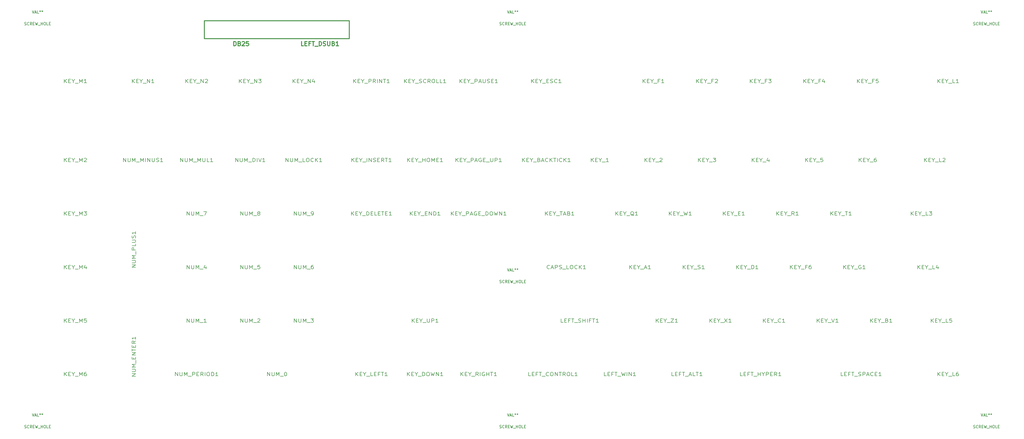
<source format=gto>
G04 (created by PCBNEW (2013-07-07 BZR 4022)-stable) date 12/12/2017 2:38:17 AM*
%MOIN*%
G04 Gerber Fmt 3.4, Leading zero omitted, Abs format*
%FSLAX34Y34*%
G01*
G70*
G90*
G04 APERTURE LIST*
%ADD10C,0.00590551*%
%ADD11C,0.012*%
%ADD12C,0.008*%
G04 APERTURE END LIST*
G54D10*
G54D11*
X44942Y-4202D02*
X44942Y-4202D01*
X44942Y-4202D02*
X44942Y-1702D01*
X44942Y-1702D02*
X24692Y-1702D01*
X24692Y-1702D02*
X24692Y-4202D01*
X24692Y-4202D02*
X44892Y-4202D01*
X44892Y-4202D02*
X44942Y-4202D01*
G54D12*
X101162Y-21393D02*
X101162Y-20893D01*
X101505Y-21393D02*
X101247Y-21107D01*
X101505Y-20893D02*
X101162Y-21179D01*
X101762Y-21131D02*
X101962Y-21131D01*
X102047Y-21393D02*
X101762Y-21393D01*
X101762Y-20893D01*
X102047Y-20893D01*
X102419Y-21155D02*
X102419Y-21393D01*
X102219Y-20893D02*
X102419Y-21155D01*
X102619Y-20893D01*
X102676Y-21440D02*
X103133Y-21440D01*
X103533Y-21059D02*
X103533Y-21393D01*
X103390Y-20869D02*
X103247Y-21226D01*
X103619Y-21226D01*
X112154Y-28873D02*
X112154Y-28373D01*
X112496Y-28873D02*
X112239Y-28587D01*
X112496Y-28373D02*
X112154Y-28659D01*
X112754Y-28611D02*
X112954Y-28611D01*
X113039Y-28873D02*
X112754Y-28873D01*
X112754Y-28373D01*
X113039Y-28373D01*
X113411Y-28635D02*
X113411Y-28873D01*
X113211Y-28373D02*
X113411Y-28635D01*
X113611Y-28373D01*
X113668Y-28921D02*
X114125Y-28921D01*
X114182Y-28373D02*
X114525Y-28373D01*
X114354Y-28873D02*
X114354Y-28373D01*
X115039Y-28873D02*
X114696Y-28873D01*
X114868Y-28873D02*
X114868Y-28373D01*
X114811Y-28445D01*
X114754Y-28492D01*
X114696Y-28516D01*
X104602Y-28873D02*
X104602Y-28373D01*
X104945Y-28873D02*
X104688Y-28587D01*
X104945Y-28373D02*
X104602Y-28659D01*
X105202Y-28611D02*
X105402Y-28611D01*
X105488Y-28873D02*
X105202Y-28873D01*
X105202Y-28373D01*
X105488Y-28373D01*
X105859Y-28635D02*
X105859Y-28873D01*
X105659Y-28373D02*
X105859Y-28635D01*
X106059Y-28373D01*
X106116Y-28921D02*
X106573Y-28921D01*
X107059Y-28873D02*
X106859Y-28635D01*
X106716Y-28873D02*
X106716Y-28373D01*
X106945Y-28373D01*
X107002Y-28397D01*
X107030Y-28421D01*
X107059Y-28468D01*
X107059Y-28540D01*
X107030Y-28587D01*
X107002Y-28611D01*
X106945Y-28635D01*
X106716Y-28635D01*
X107630Y-28873D02*
X107288Y-28873D01*
X107459Y-28873D02*
X107459Y-28373D01*
X107402Y-28445D01*
X107345Y-28492D01*
X107288Y-28516D01*
X97150Y-28873D02*
X97150Y-28373D01*
X97493Y-28873D02*
X97236Y-28587D01*
X97493Y-28373D02*
X97150Y-28659D01*
X97750Y-28611D02*
X97950Y-28611D01*
X98036Y-28873D02*
X97750Y-28873D01*
X97750Y-28373D01*
X98036Y-28373D01*
X98407Y-28635D02*
X98407Y-28873D01*
X98207Y-28373D02*
X98407Y-28635D01*
X98607Y-28373D01*
X98664Y-28921D02*
X99122Y-28921D01*
X99264Y-28611D02*
X99464Y-28611D01*
X99550Y-28873D02*
X99264Y-28873D01*
X99264Y-28373D01*
X99550Y-28373D01*
X100122Y-28873D02*
X99779Y-28873D01*
X99950Y-28873D02*
X99950Y-28373D01*
X99893Y-28445D01*
X99836Y-28492D01*
X99779Y-28516D01*
X89598Y-28873D02*
X89598Y-28373D01*
X89941Y-28873D02*
X89684Y-28587D01*
X89941Y-28373D02*
X89598Y-28659D01*
X90198Y-28611D02*
X90398Y-28611D01*
X90484Y-28873D02*
X90198Y-28873D01*
X90198Y-28373D01*
X90484Y-28373D01*
X90856Y-28635D02*
X90856Y-28873D01*
X90656Y-28373D02*
X90856Y-28635D01*
X91056Y-28373D01*
X91113Y-28921D02*
X91570Y-28921D01*
X91656Y-28373D02*
X91798Y-28873D01*
X91913Y-28516D01*
X92027Y-28873D01*
X92170Y-28373D01*
X92713Y-28873D02*
X92370Y-28873D01*
X92541Y-28873D02*
X92541Y-28373D01*
X92484Y-28445D01*
X92427Y-28492D01*
X92370Y-28516D01*
X82147Y-28873D02*
X82147Y-28373D01*
X82489Y-28873D02*
X82232Y-28587D01*
X82489Y-28373D02*
X82147Y-28659D01*
X82747Y-28611D02*
X82947Y-28611D01*
X83032Y-28873D02*
X82747Y-28873D01*
X82747Y-28373D01*
X83032Y-28373D01*
X83404Y-28635D02*
X83404Y-28873D01*
X83204Y-28373D02*
X83404Y-28635D01*
X83604Y-28373D01*
X83661Y-28921D02*
X84118Y-28921D01*
X84661Y-28921D02*
X84604Y-28897D01*
X84547Y-28849D01*
X84461Y-28778D01*
X84404Y-28754D01*
X84347Y-28754D01*
X84375Y-28873D02*
X84318Y-28849D01*
X84261Y-28802D01*
X84232Y-28706D01*
X84232Y-28540D01*
X84261Y-28445D01*
X84318Y-28397D01*
X84375Y-28373D01*
X84489Y-28373D01*
X84547Y-28397D01*
X84604Y-28445D01*
X84632Y-28540D01*
X84632Y-28706D01*
X84604Y-28802D01*
X84547Y-28849D01*
X84489Y-28873D01*
X84375Y-28873D01*
X85204Y-28873D02*
X84861Y-28873D01*
X85032Y-28873D02*
X85032Y-28373D01*
X84975Y-28445D01*
X84918Y-28492D01*
X84861Y-28516D01*
X72325Y-28873D02*
X72325Y-28373D01*
X72668Y-28873D02*
X72411Y-28587D01*
X72668Y-28373D02*
X72325Y-28659D01*
X72925Y-28611D02*
X73125Y-28611D01*
X73211Y-28873D02*
X72925Y-28873D01*
X72925Y-28373D01*
X73211Y-28373D01*
X73582Y-28635D02*
X73582Y-28873D01*
X73382Y-28373D02*
X73582Y-28635D01*
X73782Y-28373D01*
X73839Y-28921D02*
X74296Y-28921D01*
X74353Y-28373D02*
X74696Y-28373D01*
X74525Y-28873D02*
X74525Y-28373D01*
X74868Y-28730D02*
X75153Y-28730D01*
X74811Y-28873D02*
X75011Y-28373D01*
X75211Y-28873D01*
X75611Y-28611D02*
X75696Y-28635D01*
X75725Y-28659D01*
X75753Y-28706D01*
X75753Y-28778D01*
X75725Y-28826D01*
X75696Y-28849D01*
X75639Y-28873D01*
X75411Y-28873D01*
X75411Y-28373D01*
X75611Y-28373D01*
X75668Y-28397D01*
X75696Y-28421D01*
X75725Y-28468D01*
X75725Y-28516D01*
X75696Y-28564D01*
X75668Y-28587D01*
X75611Y-28611D01*
X75411Y-28611D01*
X76325Y-28873D02*
X75982Y-28873D01*
X76153Y-28873D02*
X76153Y-28373D01*
X76096Y-28445D01*
X76039Y-28492D01*
X75982Y-28516D01*
X125230Y-21393D02*
X125230Y-20893D01*
X125573Y-21393D02*
X125316Y-21107D01*
X125573Y-20893D02*
X125230Y-21179D01*
X125830Y-21131D02*
X126030Y-21131D01*
X126116Y-21393D02*
X125830Y-21393D01*
X125830Y-20893D01*
X126116Y-20893D01*
X126487Y-21155D02*
X126487Y-21393D01*
X126287Y-20893D02*
X126487Y-21155D01*
X126687Y-20893D01*
X126744Y-21440D02*
X127201Y-21440D01*
X127630Y-21393D02*
X127344Y-21393D01*
X127344Y-20893D01*
X127801Y-20940D02*
X127830Y-20917D01*
X127887Y-20893D01*
X128030Y-20893D01*
X128087Y-20917D01*
X128116Y-20940D01*
X128144Y-20988D01*
X128144Y-21036D01*
X128116Y-21107D01*
X127773Y-21393D01*
X128144Y-21393D01*
X116122Y-21393D02*
X116122Y-20893D01*
X116465Y-21393D02*
X116208Y-21107D01*
X116465Y-20893D02*
X116122Y-21179D01*
X116722Y-21131D02*
X116922Y-21131D01*
X117008Y-21393D02*
X116722Y-21393D01*
X116722Y-20893D01*
X117008Y-20893D01*
X117379Y-21155D02*
X117379Y-21393D01*
X117179Y-20893D02*
X117379Y-21155D01*
X117579Y-20893D01*
X117637Y-21440D02*
X118094Y-21440D01*
X118494Y-20893D02*
X118379Y-20893D01*
X118322Y-20917D01*
X118294Y-20940D01*
X118237Y-21012D01*
X118208Y-21107D01*
X118208Y-21298D01*
X118237Y-21345D01*
X118265Y-21369D01*
X118322Y-21393D01*
X118437Y-21393D01*
X118494Y-21369D01*
X118522Y-21345D01*
X118551Y-21298D01*
X118551Y-21179D01*
X118522Y-21131D01*
X118494Y-21107D01*
X118437Y-21083D01*
X118322Y-21083D01*
X118265Y-21107D01*
X118237Y-21131D01*
X118208Y-21179D01*
X108642Y-21393D02*
X108642Y-20893D01*
X108985Y-21393D02*
X108728Y-21107D01*
X108985Y-20893D02*
X108642Y-21179D01*
X109242Y-21131D02*
X109442Y-21131D01*
X109528Y-21393D02*
X109242Y-21393D01*
X109242Y-20893D01*
X109528Y-20893D01*
X109899Y-21155D02*
X109899Y-21393D01*
X109699Y-20893D02*
X109899Y-21155D01*
X110099Y-20893D01*
X110156Y-21440D02*
X110613Y-21440D01*
X111042Y-20893D02*
X110756Y-20893D01*
X110728Y-21131D01*
X110756Y-21107D01*
X110813Y-21083D01*
X110956Y-21083D01*
X111013Y-21107D01*
X111042Y-21131D01*
X111071Y-21179D01*
X111071Y-21298D01*
X111042Y-21345D01*
X111013Y-21369D01*
X110956Y-21393D01*
X110813Y-21393D01*
X110756Y-21369D01*
X110728Y-21345D01*
X72917Y-36306D02*
X72888Y-36330D01*
X72803Y-36353D01*
X72746Y-36353D01*
X72660Y-36330D01*
X72603Y-36282D01*
X72574Y-36234D01*
X72546Y-36139D01*
X72546Y-36068D01*
X72574Y-35973D01*
X72603Y-35925D01*
X72660Y-35877D01*
X72746Y-35853D01*
X72803Y-35853D01*
X72888Y-35877D01*
X72917Y-35901D01*
X73146Y-36211D02*
X73431Y-36211D01*
X73088Y-36353D02*
X73288Y-35853D01*
X73488Y-36353D01*
X73688Y-36353D02*
X73688Y-35853D01*
X73917Y-35853D01*
X73974Y-35877D01*
X74003Y-35901D01*
X74031Y-35949D01*
X74031Y-36020D01*
X74003Y-36068D01*
X73974Y-36092D01*
X73917Y-36115D01*
X73688Y-36115D01*
X74260Y-36330D02*
X74346Y-36353D01*
X74488Y-36353D01*
X74546Y-36330D01*
X74574Y-36306D01*
X74603Y-36258D01*
X74603Y-36211D01*
X74574Y-36163D01*
X74546Y-36139D01*
X74488Y-36115D01*
X74374Y-36092D01*
X74317Y-36068D01*
X74288Y-36044D01*
X74260Y-35996D01*
X74260Y-35949D01*
X74288Y-35901D01*
X74317Y-35877D01*
X74374Y-35853D01*
X74517Y-35853D01*
X74603Y-35877D01*
X74717Y-36401D02*
X75174Y-36401D01*
X75603Y-36353D02*
X75317Y-36353D01*
X75317Y-35853D01*
X75917Y-35853D02*
X76031Y-35853D01*
X76088Y-35877D01*
X76146Y-35925D01*
X76174Y-36020D01*
X76174Y-36187D01*
X76146Y-36282D01*
X76088Y-36330D01*
X76031Y-36353D01*
X75917Y-36353D01*
X75860Y-36330D01*
X75803Y-36282D01*
X75774Y-36187D01*
X75774Y-36020D01*
X75803Y-35925D01*
X75860Y-35877D01*
X75917Y-35853D01*
X76774Y-36306D02*
X76746Y-36330D01*
X76660Y-36353D01*
X76603Y-36353D01*
X76517Y-36330D01*
X76460Y-36282D01*
X76431Y-36234D01*
X76403Y-36139D01*
X76403Y-36068D01*
X76431Y-35973D01*
X76460Y-35925D01*
X76517Y-35877D01*
X76603Y-35853D01*
X76660Y-35853D01*
X76746Y-35877D01*
X76774Y-35901D01*
X77031Y-36353D02*
X77031Y-35853D01*
X77374Y-36353D02*
X77117Y-36068D01*
X77374Y-35853D02*
X77031Y-36139D01*
X77946Y-36353D02*
X77603Y-36353D01*
X77774Y-36353D02*
X77774Y-35853D01*
X77717Y-35925D01*
X77660Y-35973D01*
X77603Y-35996D01*
X93681Y-21393D02*
X93681Y-20893D01*
X94024Y-21393D02*
X93767Y-21107D01*
X94024Y-20893D02*
X93681Y-21179D01*
X94281Y-21131D02*
X94481Y-21131D01*
X94567Y-21393D02*
X94281Y-21393D01*
X94281Y-20893D01*
X94567Y-20893D01*
X94939Y-21155D02*
X94939Y-21393D01*
X94739Y-20893D02*
X94939Y-21155D01*
X95139Y-20893D01*
X95196Y-21440D02*
X95653Y-21440D01*
X95739Y-20893D02*
X96110Y-20893D01*
X95910Y-21083D01*
X95996Y-21083D01*
X96053Y-21107D01*
X96081Y-21131D01*
X96110Y-21179D01*
X96110Y-21298D01*
X96081Y-21345D01*
X96053Y-21369D01*
X95996Y-21393D01*
X95824Y-21393D01*
X95767Y-21369D01*
X95739Y-21345D01*
X86201Y-21393D02*
X86201Y-20893D01*
X86544Y-21393D02*
X86287Y-21107D01*
X86544Y-20893D02*
X86201Y-21179D01*
X86801Y-21131D02*
X87001Y-21131D01*
X87087Y-21393D02*
X86801Y-21393D01*
X86801Y-20893D01*
X87087Y-20893D01*
X87458Y-21155D02*
X87458Y-21393D01*
X87258Y-20893D02*
X87458Y-21155D01*
X87658Y-20893D01*
X87715Y-21440D02*
X88173Y-21440D01*
X88287Y-20940D02*
X88315Y-20917D01*
X88373Y-20893D01*
X88515Y-20893D01*
X88573Y-20917D01*
X88601Y-20940D01*
X88630Y-20988D01*
X88630Y-21036D01*
X88601Y-21107D01*
X88258Y-21393D01*
X88630Y-21393D01*
X78721Y-21393D02*
X78721Y-20893D01*
X79064Y-21393D02*
X78806Y-21107D01*
X79064Y-20893D02*
X78721Y-21179D01*
X79321Y-21131D02*
X79521Y-21131D01*
X79606Y-21393D02*
X79321Y-21393D01*
X79321Y-20893D01*
X79606Y-20893D01*
X79978Y-21155D02*
X79978Y-21393D01*
X79778Y-20893D02*
X79978Y-21155D01*
X80178Y-20893D01*
X80235Y-21440D02*
X80692Y-21440D01*
X81149Y-21393D02*
X80806Y-21393D01*
X80978Y-21393D02*
X80978Y-20893D01*
X80921Y-20964D01*
X80864Y-21012D01*
X80806Y-21036D01*
X69112Y-21393D02*
X69112Y-20893D01*
X69455Y-21393D02*
X69198Y-21107D01*
X69455Y-20893D02*
X69112Y-21179D01*
X69712Y-21131D02*
X69912Y-21131D01*
X69998Y-21393D02*
X69712Y-21393D01*
X69712Y-20893D01*
X69998Y-20893D01*
X70369Y-21155D02*
X70369Y-21393D01*
X70169Y-20893D02*
X70369Y-21155D01*
X70569Y-20893D01*
X70626Y-21440D02*
X71083Y-21440D01*
X71426Y-21131D02*
X71512Y-21155D01*
X71540Y-21179D01*
X71569Y-21226D01*
X71569Y-21298D01*
X71540Y-21345D01*
X71512Y-21369D01*
X71455Y-21393D01*
X71226Y-21393D01*
X71226Y-20893D01*
X71426Y-20893D01*
X71483Y-20917D01*
X71512Y-20940D01*
X71540Y-20988D01*
X71540Y-21036D01*
X71512Y-21083D01*
X71483Y-21107D01*
X71426Y-21131D01*
X71226Y-21131D01*
X71798Y-21250D02*
X72083Y-21250D01*
X71740Y-21393D02*
X71940Y-20893D01*
X72140Y-21393D01*
X72683Y-21345D02*
X72655Y-21369D01*
X72569Y-21393D01*
X72512Y-21393D01*
X72426Y-21369D01*
X72369Y-21321D01*
X72340Y-21274D01*
X72312Y-21179D01*
X72312Y-21107D01*
X72340Y-21012D01*
X72369Y-20964D01*
X72426Y-20917D01*
X72512Y-20893D01*
X72569Y-20893D01*
X72655Y-20917D01*
X72683Y-20940D01*
X72940Y-21393D02*
X72940Y-20893D01*
X73283Y-21393D02*
X73026Y-21107D01*
X73283Y-20893D02*
X72940Y-21179D01*
X73455Y-20893D02*
X73798Y-20893D01*
X73626Y-21393D02*
X73626Y-20893D01*
X73998Y-21393D02*
X73998Y-20893D01*
X74626Y-21345D02*
X74598Y-21369D01*
X74512Y-21393D01*
X74455Y-21393D01*
X74369Y-21369D01*
X74312Y-21321D01*
X74283Y-21274D01*
X74255Y-21179D01*
X74255Y-21107D01*
X74283Y-21012D01*
X74312Y-20964D01*
X74369Y-20917D01*
X74455Y-20893D01*
X74512Y-20893D01*
X74598Y-20917D01*
X74626Y-20940D01*
X74883Y-21393D02*
X74883Y-20893D01*
X75226Y-21393D02*
X74969Y-21107D01*
X75226Y-20893D02*
X74883Y-21179D01*
X75798Y-21393D02*
X75455Y-21393D01*
X75626Y-21393D02*
X75626Y-20893D01*
X75569Y-20964D01*
X75512Y-21012D01*
X75455Y-21036D01*
X127100Y-10369D02*
X127100Y-9869D01*
X127443Y-10369D02*
X127186Y-10083D01*
X127443Y-9869D02*
X127100Y-10155D01*
X127700Y-10107D02*
X127900Y-10107D01*
X127986Y-10369D02*
X127700Y-10369D01*
X127700Y-9869D01*
X127986Y-9869D01*
X128357Y-10131D02*
X128357Y-10369D01*
X128157Y-9869D02*
X128357Y-10131D01*
X128557Y-9869D01*
X128614Y-10417D02*
X129071Y-10417D01*
X129500Y-10369D02*
X129214Y-10369D01*
X129214Y-9869D01*
X130014Y-10369D02*
X129671Y-10369D01*
X129843Y-10369D02*
X129843Y-9869D01*
X129786Y-9941D01*
X129729Y-9988D01*
X129671Y-10012D01*
X115865Y-10369D02*
X115865Y-9869D01*
X116208Y-10369D02*
X115951Y-10083D01*
X116208Y-9869D02*
X115865Y-10155D01*
X116465Y-10107D02*
X116665Y-10107D01*
X116751Y-10369D02*
X116465Y-10369D01*
X116465Y-9869D01*
X116751Y-9869D01*
X117122Y-10131D02*
X117122Y-10369D01*
X116922Y-9869D02*
X117122Y-10131D01*
X117322Y-9869D01*
X117379Y-10417D02*
X117837Y-10417D01*
X118179Y-10107D02*
X117979Y-10107D01*
X117979Y-10369D02*
X117979Y-9869D01*
X118265Y-9869D01*
X118779Y-9869D02*
X118494Y-9869D01*
X118465Y-10107D01*
X118494Y-10083D01*
X118551Y-10060D01*
X118694Y-10060D01*
X118751Y-10083D01*
X118779Y-10107D01*
X118808Y-10155D01*
X118808Y-10274D01*
X118779Y-10322D01*
X118751Y-10345D01*
X118694Y-10369D01*
X118551Y-10369D01*
X118494Y-10345D01*
X118465Y-10322D01*
X108385Y-10369D02*
X108385Y-9869D01*
X108728Y-10369D02*
X108471Y-10083D01*
X108728Y-9869D02*
X108385Y-10155D01*
X108985Y-10107D02*
X109185Y-10107D01*
X109271Y-10369D02*
X108985Y-10369D01*
X108985Y-9869D01*
X109271Y-9869D01*
X109642Y-10131D02*
X109642Y-10369D01*
X109442Y-9869D02*
X109642Y-10131D01*
X109842Y-9869D01*
X109899Y-10417D02*
X110356Y-10417D01*
X110699Y-10107D02*
X110499Y-10107D01*
X110499Y-10369D02*
X110499Y-9869D01*
X110785Y-9869D01*
X111271Y-10036D02*
X111271Y-10369D01*
X111128Y-9845D02*
X110985Y-10203D01*
X111356Y-10203D01*
X100905Y-10369D02*
X100905Y-9869D01*
X101247Y-10369D02*
X100990Y-10083D01*
X101247Y-9869D02*
X100905Y-10155D01*
X101505Y-10107D02*
X101705Y-10107D01*
X101790Y-10369D02*
X101505Y-10369D01*
X101505Y-9869D01*
X101790Y-9869D01*
X102162Y-10131D02*
X102162Y-10369D01*
X101962Y-9869D02*
X102162Y-10131D01*
X102362Y-9869D01*
X102419Y-10417D02*
X102876Y-10417D01*
X103219Y-10107D02*
X103019Y-10107D01*
X103019Y-10369D02*
X103019Y-9869D01*
X103305Y-9869D01*
X103476Y-9869D02*
X103847Y-9869D01*
X103647Y-10060D01*
X103733Y-10060D01*
X103790Y-10083D01*
X103819Y-10107D01*
X103847Y-10155D01*
X103847Y-10274D01*
X103819Y-10322D01*
X103790Y-10345D01*
X103733Y-10369D01*
X103562Y-10369D01*
X103505Y-10345D01*
X103476Y-10322D01*
X93424Y-10369D02*
X93424Y-9869D01*
X93767Y-10369D02*
X93510Y-10083D01*
X93767Y-9869D02*
X93424Y-10155D01*
X94024Y-10107D02*
X94224Y-10107D01*
X94310Y-10369D02*
X94024Y-10369D01*
X94024Y-9869D01*
X94310Y-9869D01*
X94681Y-10131D02*
X94681Y-10369D01*
X94481Y-9869D02*
X94681Y-10131D01*
X94881Y-9869D01*
X94939Y-10417D02*
X95396Y-10417D01*
X95739Y-10107D02*
X95539Y-10107D01*
X95539Y-10369D02*
X95539Y-9869D01*
X95824Y-9869D01*
X96024Y-9917D02*
X96053Y-9893D01*
X96110Y-9869D01*
X96253Y-9869D01*
X96310Y-9893D01*
X96339Y-9917D01*
X96367Y-9964D01*
X96367Y-10012D01*
X96339Y-10083D01*
X95996Y-10369D01*
X96367Y-10369D01*
X102732Y-43834D02*
X102732Y-43334D01*
X103075Y-43834D02*
X102817Y-43548D01*
X103075Y-43334D02*
X102732Y-43619D01*
X103332Y-43572D02*
X103532Y-43572D01*
X103617Y-43834D02*
X103332Y-43834D01*
X103332Y-43334D01*
X103617Y-43334D01*
X103989Y-43596D02*
X103989Y-43834D01*
X103789Y-43334D02*
X103989Y-43596D01*
X104189Y-43334D01*
X104246Y-43881D02*
X104703Y-43881D01*
X105189Y-43786D02*
X105160Y-43810D01*
X105075Y-43834D01*
X105017Y-43834D01*
X104932Y-43810D01*
X104875Y-43762D01*
X104846Y-43715D01*
X104817Y-43619D01*
X104817Y-43548D01*
X104846Y-43453D01*
X104875Y-43405D01*
X104932Y-43358D01*
X105017Y-43334D01*
X105075Y-43334D01*
X105160Y-43358D01*
X105189Y-43381D01*
X105760Y-43834D02*
X105417Y-43834D01*
X105589Y-43834D02*
X105589Y-43334D01*
X105532Y-43405D01*
X105475Y-43453D01*
X105417Y-43477D01*
X127100Y-51314D02*
X127100Y-50814D01*
X127443Y-51314D02*
X127186Y-51028D01*
X127443Y-50814D02*
X127100Y-51100D01*
X127700Y-51052D02*
X127900Y-51052D01*
X127986Y-51314D02*
X127700Y-51314D01*
X127700Y-50814D01*
X127986Y-50814D01*
X128357Y-51076D02*
X128357Y-51314D01*
X128157Y-50814D02*
X128357Y-51076D01*
X128557Y-50814D01*
X128614Y-51362D02*
X129071Y-51362D01*
X129500Y-51314D02*
X129214Y-51314D01*
X129214Y-50814D01*
X129957Y-50814D02*
X129843Y-50814D01*
X129786Y-50838D01*
X129757Y-50862D01*
X129700Y-50933D01*
X129671Y-51028D01*
X129671Y-51219D01*
X129700Y-51266D01*
X129729Y-51290D01*
X129786Y-51314D01*
X129900Y-51314D01*
X129957Y-51290D01*
X129986Y-51266D01*
X130014Y-51219D01*
X130014Y-51100D01*
X129986Y-51052D01*
X129957Y-51028D01*
X129900Y-51005D01*
X129786Y-51005D01*
X129729Y-51028D01*
X129700Y-51052D01*
X129671Y-51100D01*
X99833Y-51314D02*
X99547Y-51314D01*
X99547Y-50814D01*
X100033Y-51052D02*
X100233Y-51052D01*
X100319Y-51314D02*
X100033Y-51314D01*
X100033Y-50814D01*
X100319Y-50814D01*
X100776Y-51052D02*
X100576Y-51052D01*
X100576Y-51314D02*
X100576Y-50814D01*
X100862Y-50814D01*
X101005Y-50814D02*
X101347Y-50814D01*
X101176Y-51314D02*
X101176Y-50814D01*
X101405Y-51362D02*
X101862Y-51362D01*
X102005Y-51314D02*
X102005Y-50814D01*
X102005Y-51052D02*
X102347Y-51052D01*
X102347Y-51314D02*
X102347Y-50814D01*
X102747Y-51076D02*
X102747Y-51314D01*
X102547Y-50814D02*
X102747Y-51076D01*
X102947Y-50814D01*
X103147Y-51314D02*
X103147Y-50814D01*
X103376Y-50814D01*
X103433Y-50838D01*
X103462Y-50862D01*
X103490Y-50909D01*
X103490Y-50981D01*
X103462Y-51028D01*
X103433Y-51052D01*
X103376Y-51076D01*
X103147Y-51076D01*
X103747Y-51052D02*
X103947Y-51052D01*
X104033Y-51314D02*
X103747Y-51314D01*
X103747Y-50814D01*
X104033Y-50814D01*
X104633Y-51314D02*
X104433Y-51076D01*
X104290Y-51314D02*
X104290Y-50814D01*
X104519Y-50814D01*
X104576Y-50838D01*
X104605Y-50862D01*
X104633Y-50909D01*
X104633Y-50981D01*
X104605Y-51028D01*
X104576Y-51052D01*
X104519Y-51076D01*
X104290Y-51076D01*
X105205Y-51314D02*
X104862Y-51314D01*
X105033Y-51314D02*
X105033Y-50814D01*
X104976Y-50886D01*
X104919Y-50933D01*
X104862Y-50957D01*
X90262Y-51314D02*
X89976Y-51314D01*
X89976Y-50814D01*
X90462Y-51052D02*
X90662Y-51052D01*
X90748Y-51314D02*
X90462Y-51314D01*
X90462Y-50814D01*
X90748Y-50814D01*
X91205Y-51052D02*
X91005Y-51052D01*
X91005Y-51314D02*
X91005Y-50814D01*
X91291Y-50814D01*
X91433Y-50814D02*
X91776Y-50814D01*
X91605Y-51314D02*
X91605Y-50814D01*
X91833Y-51362D02*
X92291Y-51362D01*
X92405Y-51171D02*
X92691Y-51171D01*
X92348Y-51314D02*
X92548Y-50814D01*
X92748Y-51314D01*
X93233Y-51314D02*
X92948Y-51314D01*
X92948Y-50814D01*
X93348Y-50814D02*
X93691Y-50814D01*
X93519Y-51314D02*
X93519Y-50814D01*
X94205Y-51314D02*
X93862Y-51314D01*
X94033Y-51314D02*
X94033Y-50814D01*
X93976Y-50886D01*
X93919Y-50933D01*
X93862Y-50957D01*
X126165Y-43834D02*
X126165Y-43334D01*
X126508Y-43834D02*
X126251Y-43548D01*
X126508Y-43334D02*
X126165Y-43619D01*
X126765Y-43572D02*
X126965Y-43572D01*
X127051Y-43834D02*
X126765Y-43834D01*
X126765Y-43334D01*
X127051Y-43334D01*
X127422Y-43596D02*
X127422Y-43834D01*
X127222Y-43334D02*
X127422Y-43596D01*
X127622Y-43334D01*
X127679Y-43881D02*
X128136Y-43881D01*
X128565Y-43834D02*
X128279Y-43834D01*
X128279Y-43334D01*
X129051Y-43334D02*
X128765Y-43334D01*
X128736Y-43572D01*
X128765Y-43548D01*
X128822Y-43524D01*
X128965Y-43524D01*
X129022Y-43548D01*
X129051Y-43572D01*
X129079Y-43619D01*
X129079Y-43739D01*
X129051Y-43786D01*
X129022Y-43810D01*
X128965Y-43834D01*
X128822Y-43834D01*
X128765Y-43810D01*
X128736Y-43786D01*
X117692Y-43834D02*
X117692Y-43334D01*
X118035Y-43834D02*
X117778Y-43548D01*
X118035Y-43334D02*
X117692Y-43619D01*
X118292Y-43572D02*
X118492Y-43572D01*
X118578Y-43834D02*
X118292Y-43834D01*
X118292Y-43334D01*
X118578Y-43334D01*
X118950Y-43596D02*
X118950Y-43834D01*
X118750Y-43334D02*
X118950Y-43596D01*
X119150Y-43334D01*
X119207Y-43881D02*
X119664Y-43881D01*
X120007Y-43572D02*
X120092Y-43596D01*
X120121Y-43619D01*
X120150Y-43667D01*
X120150Y-43739D01*
X120121Y-43786D01*
X120092Y-43810D01*
X120035Y-43834D01*
X119807Y-43834D01*
X119807Y-43334D01*
X120007Y-43334D01*
X120064Y-43358D01*
X120092Y-43381D01*
X120121Y-43429D01*
X120121Y-43477D01*
X120092Y-43524D01*
X120064Y-43548D01*
X120007Y-43572D01*
X119807Y-43572D01*
X120721Y-43834D02*
X120378Y-43834D01*
X120550Y-43834D02*
X120550Y-43334D01*
X120492Y-43405D01*
X120435Y-43453D01*
X120378Y-43477D01*
X110255Y-43834D02*
X110255Y-43334D01*
X110598Y-43834D02*
X110341Y-43548D01*
X110598Y-43334D02*
X110255Y-43619D01*
X110855Y-43572D02*
X111055Y-43572D01*
X111141Y-43834D02*
X110855Y-43834D01*
X110855Y-43334D01*
X111141Y-43334D01*
X111512Y-43596D02*
X111512Y-43834D01*
X111312Y-43334D02*
X111512Y-43596D01*
X111712Y-43334D01*
X111769Y-43881D02*
X112226Y-43881D01*
X112284Y-43334D02*
X112484Y-43834D01*
X112684Y-43334D01*
X113198Y-43834D02*
X112855Y-43834D01*
X113026Y-43834D02*
X113026Y-43334D01*
X112969Y-43405D01*
X112912Y-43453D01*
X112855Y-43477D01*
X85944Y-10369D02*
X85944Y-9869D01*
X86287Y-10369D02*
X86030Y-10083D01*
X86287Y-9869D02*
X85944Y-10155D01*
X86544Y-10107D02*
X86744Y-10107D01*
X86830Y-10369D02*
X86544Y-10369D01*
X86544Y-9869D01*
X86830Y-9869D01*
X87201Y-10131D02*
X87201Y-10369D01*
X87001Y-9869D02*
X87201Y-10131D01*
X87401Y-9869D01*
X87458Y-10417D02*
X87915Y-10417D01*
X88258Y-10107D02*
X88058Y-10107D01*
X88058Y-10369D02*
X88058Y-9869D01*
X88344Y-9869D01*
X88887Y-10369D02*
X88544Y-10369D01*
X88715Y-10369D02*
X88715Y-9869D01*
X88658Y-9941D01*
X88601Y-9988D01*
X88544Y-10012D01*
X95266Y-43834D02*
X95266Y-43334D01*
X95609Y-43834D02*
X95351Y-43548D01*
X95609Y-43334D02*
X95266Y-43619D01*
X95866Y-43572D02*
X96066Y-43572D01*
X96151Y-43834D02*
X95866Y-43834D01*
X95866Y-43334D01*
X96151Y-43334D01*
X96523Y-43596D02*
X96523Y-43834D01*
X96323Y-43334D02*
X96523Y-43596D01*
X96723Y-43334D01*
X96780Y-43881D02*
X97237Y-43881D01*
X97323Y-43334D02*
X97723Y-43834D01*
X97723Y-43334D02*
X97323Y-43834D01*
X98266Y-43834D02*
X97923Y-43834D01*
X98094Y-43834D02*
X98094Y-43334D01*
X98037Y-43405D01*
X97980Y-43453D01*
X97923Y-43477D01*
X87785Y-43834D02*
X87785Y-43334D01*
X88128Y-43834D02*
X87871Y-43548D01*
X88128Y-43334D02*
X87785Y-43619D01*
X88385Y-43572D02*
X88585Y-43572D01*
X88671Y-43834D02*
X88385Y-43834D01*
X88385Y-43334D01*
X88671Y-43334D01*
X89043Y-43596D02*
X89043Y-43834D01*
X88843Y-43334D02*
X89043Y-43596D01*
X89243Y-43334D01*
X89300Y-43881D02*
X89757Y-43881D01*
X89843Y-43334D02*
X90243Y-43334D01*
X89843Y-43834D01*
X90243Y-43834D01*
X90785Y-43834D02*
X90443Y-43834D01*
X90614Y-43834D02*
X90614Y-43334D01*
X90557Y-43405D01*
X90500Y-43453D01*
X90443Y-43477D01*
X124295Y-36353D02*
X124295Y-35853D01*
X124638Y-36353D02*
X124381Y-36068D01*
X124638Y-35853D02*
X124295Y-36139D01*
X124895Y-36092D02*
X125095Y-36092D01*
X125181Y-36353D02*
X124895Y-36353D01*
X124895Y-35853D01*
X125181Y-35853D01*
X125552Y-36115D02*
X125552Y-36353D01*
X125352Y-35853D02*
X125552Y-36115D01*
X125752Y-35853D01*
X125809Y-36401D02*
X126266Y-36401D01*
X126695Y-36353D02*
X126409Y-36353D01*
X126409Y-35853D01*
X127152Y-36020D02*
X127152Y-36353D01*
X127009Y-35830D02*
X126866Y-36187D01*
X127238Y-36187D01*
X113952Y-36353D02*
X113952Y-35853D01*
X114295Y-36353D02*
X114038Y-36068D01*
X114295Y-35853D02*
X113952Y-36139D01*
X114552Y-36092D02*
X114752Y-36092D01*
X114838Y-36353D02*
X114552Y-36353D01*
X114552Y-35853D01*
X114838Y-35853D01*
X115209Y-36115D02*
X115209Y-36353D01*
X115009Y-35853D02*
X115209Y-36115D01*
X115409Y-35853D01*
X115467Y-36401D02*
X115924Y-36401D01*
X116381Y-35877D02*
X116324Y-35853D01*
X116238Y-35853D01*
X116152Y-35877D01*
X116095Y-35925D01*
X116067Y-35973D01*
X116038Y-36068D01*
X116038Y-36139D01*
X116067Y-36234D01*
X116095Y-36282D01*
X116152Y-36330D01*
X116238Y-36353D01*
X116295Y-36353D01*
X116381Y-36330D01*
X116409Y-36306D01*
X116409Y-36139D01*
X116295Y-36139D01*
X116981Y-36353D02*
X116638Y-36353D01*
X116809Y-36353D02*
X116809Y-35853D01*
X116752Y-35925D01*
X116695Y-35973D01*
X116638Y-35996D01*
X106515Y-36353D02*
X106515Y-35853D01*
X106858Y-36353D02*
X106601Y-36068D01*
X106858Y-35853D02*
X106515Y-36139D01*
X107115Y-36092D02*
X107315Y-36092D01*
X107401Y-36353D02*
X107115Y-36353D01*
X107115Y-35853D01*
X107401Y-35853D01*
X107772Y-36115D02*
X107772Y-36353D01*
X107572Y-35853D02*
X107772Y-36115D01*
X107972Y-35853D01*
X108029Y-36401D02*
X108486Y-36401D01*
X108829Y-36092D02*
X108629Y-36092D01*
X108629Y-36353D02*
X108629Y-35853D01*
X108915Y-35853D01*
X109401Y-35853D02*
X109286Y-35853D01*
X109229Y-35877D01*
X109201Y-35901D01*
X109143Y-35973D01*
X109115Y-36068D01*
X109115Y-36258D01*
X109143Y-36306D01*
X109172Y-36330D01*
X109229Y-36353D01*
X109343Y-36353D01*
X109401Y-36330D01*
X109429Y-36306D01*
X109458Y-36258D01*
X109458Y-36139D01*
X109429Y-36092D01*
X109401Y-36068D01*
X109343Y-36044D01*
X109229Y-36044D01*
X109172Y-36068D01*
X109143Y-36092D01*
X109115Y-36139D01*
X98992Y-36353D02*
X98992Y-35853D01*
X99334Y-36353D02*
X99077Y-36068D01*
X99334Y-35853D02*
X98992Y-36139D01*
X99592Y-36092D02*
X99792Y-36092D01*
X99877Y-36353D02*
X99592Y-36353D01*
X99592Y-35853D01*
X99877Y-35853D01*
X100249Y-36115D02*
X100249Y-36353D01*
X100049Y-35853D02*
X100249Y-36115D01*
X100449Y-35853D01*
X100506Y-36401D02*
X100963Y-36401D01*
X101106Y-36353D02*
X101106Y-35853D01*
X101249Y-35853D01*
X101334Y-35877D01*
X101392Y-35925D01*
X101420Y-35973D01*
X101449Y-36068D01*
X101449Y-36139D01*
X101420Y-36234D01*
X101392Y-36282D01*
X101334Y-36330D01*
X101249Y-36353D01*
X101106Y-36353D01*
X102020Y-36353D02*
X101677Y-36353D01*
X101849Y-36353D02*
X101849Y-35853D01*
X101792Y-35925D01*
X101734Y-35973D01*
X101677Y-35996D01*
X91526Y-36353D02*
X91526Y-35853D01*
X91868Y-36353D02*
X91611Y-36068D01*
X91868Y-35853D02*
X91526Y-36139D01*
X92126Y-36092D02*
X92326Y-36092D01*
X92411Y-36353D02*
X92126Y-36353D01*
X92126Y-35853D01*
X92411Y-35853D01*
X92783Y-36115D02*
X92783Y-36353D01*
X92583Y-35853D02*
X92783Y-36115D01*
X92983Y-35853D01*
X93040Y-36401D02*
X93497Y-36401D01*
X93611Y-36330D02*
X93697Y-36353D01*
X93840Y-36353D01*
X93897Y-36330D01*
X93926Y-36306D01*
X93954Y-36258D01*
X93954Y-36211D01*
X93926Y-36163D01*
X93897Y-36139D01*
X93840Y-36115D01*
X93726Y-36092D01*
X93668Y-36068D01*
X93640Y-36044D01*
X93611Y-35996D01*
X93611Y-35949D01*
X93640Y-35901D01*
X93668Y-35877D01*
X93726Y-35853D01*
X93868Y-35853D01*
X93954Y-35877D01*
X94526Y-36353D02*
X94183Y-36353D01*
X94354Y-36353D02*
X94354Y-35853D01*
X94297Y-35925D01*
X94240Y-35973D01*
X94183Y-35996D01*
X84074Y-36353D02*
X84074Y-35853D01*
X84417Y-36353D02*
X84160Y-36068D01*
X84417Y-35853D02*
X84074Y-36139D01*
X84674Y-36092D02*
X84874Y-36092D01*
X84960Y-36353D02*
X84674Y-36353D01*
X84674Y-35853D01*
X84960Y-35853D01*
X85331Y-36115D02*
X85331Y-36353D01*
X85131Y-35853D02*
X85331Y-36115D01*
X85531Y-35853D01*
X85588Y-36401D02*
X86045Y-36401D01*
X86160Y-36211D02*
X86445Y-36211D01*
X86102Y-36353D02*
X86302Y-35853D01*
X86502Y-36353D01*
X87017Y-36353D02*
X86674Y-36353D01*
X86845Y-36353D02*
X86845Y-35853D01*
X86788Y-35925D01*
X86731Y-35973D01*
X86674Y-35996D01*
X13398Y-21393D02*
X13398Y-20893D01*
X13741Y-21393D01*
X13741Y-20893D01*
X14027Y-20893D02*
X14027Y-21298D01*
X14056Y-21345D01*
X14084Y-21369D01*
X14141Y-21393D01*
X14256Y-21393D01*
X14313Y-21369D01*
X14341Y-21345D01*
X14370Y-21298D01*
X14370Y-20893D01*
X14656Y-21393D02*
X14656Y-20893D01*
X14856Y-21250D01*
X15056Y-20893D01*
X15056Y-21393D01*
X15198Y-21440D02*
X15656Y-21440D01*
X15798Y-21393D02*
X15798Y-20893D01*
X15998Y-21250D01*
X16198Y-20893D01*
X16198Y-21393D01*
X16484Y-21393D02*
X16484Y-20893D01*
X16770Y-21393D02*
X16770Y-20893D01*
X17113Y-21393D01*
X17113Y-20893D01*
X17398Y-20893D02*
X17398Y-21298D01*
X17427Y-21345D01*
X17456Y-21369D01*
X17513Y-21393D01*
X17627Y-21393D01*
X17684Y-21369D01*
X17713Y-21345D01*
X17741Y-21298D01*
X17741Y-20893D01*
X17998Y-21369D02*
X18084Y-21393D01*
X18227Y-21393D01*
X18284Y-21369D01*
X18313Y-21345D01*
X18341Y-21298D01*
X18341Y-21250D01*
X18313Y-21202D01*
X18284Y-21179D01*
X18227Y-21155D01*
X18113Y-21131D01*
X18056Y-21107D01*
X18027Y-21083D01*
X17998Y-21036D01*
X17998Y-20988D01*
X18027Y-20940D01*
X18056Y-20917D01*
X18113Y-20893D01*
X18256Y-20893D01*
X18341Y-20917D01*
X18913Y-21393D02*
X18570Y-21393D01*
X18741Y-21393D02*
X18741Y-20893D01*
X18684Y-20964D01*
X18627Y-21012D01*
X18570Y-21036D01*
X37239Y-36353D02*
X37239Y-35853D01*
X37582Y-36353D01*
X37582Y-35853D01*
X37868Y-35853D02*
X37868Y-36258D01*
X37896Y-36306D01*
X37925Y-36330D01*
X37982Y-36353D01*
X38096Y-36353D01*
X38154Y-36330D01*
X38182Y-36306D01*
X38211Y-36258D01*
X38211Y-35853D01*
X38496Y-36353D02*
X38496Y-35853D01*
X38696Y-36211D01*
X38896Y-35853D01*
X38896Y-36353D01*
X39039Y-36401D02*
X39496Y-36401D01*
X39896Y-35853D02*
X39782Y-35853D01*
X39725Y-35877D01*
X39696Y-35901D01*
X39639Y-35973D01*
X39611Y-36068D01*
X39611Y-36258D01*
X39639Y-36306D01*
X39668Y-36330D01*
X39725Y-36353D01*
X39839Y-36353D01*
X39896Y-36330D01*
X39925Y-36306D01*
X39954Y-36258D01*
X39954Y-36139D01*
X39925Y-36092D01*
X39896Y-36068D01*
X39839Y-36044D01*
X39725Y-36044D01*
X39668Y-36068D01*
X39639Y-36092D01*
X39611Y-36139D01*
X29759Y-36353D02*
X29759Y-35853D01*
X30102Y-36353D01*
X30102Y-35853D01*
X30388Y-35853D02*
X30388Y-36258D01*
X30416Y-36306D01*
X30445Y-36330D01*
X30502Y-36353D01*
X30616Y-36353D01*
X30673Y-36330D01*
X30702Y-36306D01*
X30730Y-36258D01*
X30730Y-35853D01*
X31016Y-36353D02*
X31016Y-35853D01*
X31216Y-36211D01*
X31416Y-35853D01*
X31416Y-36353D01*
X31559Y-36401D02*
X32016Y-36401D01*
X32445Y-35853D02*
X32159Y-35853D01*
X32130Y-36092D01*
X32159Y-36068D01*
X32216Y-36044D01*
X32359Y-36044D01*
X32416Y-36068D01*
X32445Y-36092D01*
X32473Y-36139D01*
X32473Y-36258D01*
X32445Y-36306D01*
X32416Y-36330D01*
X32359Y-36353D01*
X32216Y-36353D01*
X32159Y-36330D01*
X32130Y-36306D01*
X22279Y-36353D02*
X22279Y-35853D01*
X22622Y-36353D01*
X22622Y-35853D01*
X22907Y-35853D02*
X22907Y-36258D01*
X22936Y-36306D01*
X22964Y-36330D01*
X23022Y-36353D01*
X23136Y-36353D01*
X23193Y-36330D01*
X23222Y-36306D01*
X23250Y-36258D01*
X23250Y-35853D01*
X23536Y-36353D02*
X23536Y-35853D01*
X23736Y-36211D01*
X23936Y-35853D01*
X23936Y-36353D01*
X24079Y-36401D02*
X24536Y-36401D01*
X24936Y-36020D02*
X24936Y-36353D01*
X24793Y-35830D02*
X24650Y-36187D01*
X25022Y-36187D01*
X37239Y-28873D02*
X37239Y-28373D01*
X37582Y-28873D01*
X37582Y-28373D01*
X37868Y-28373D02*
X37868Y-28778D01*
X37896Y-28826D01*
X37925Y-28849D01*
X37982Y-28873D01*
X38096Y-28873D01*
X38154Y-28849D01*
X38182Y-28826D01*
X38211Y-28778D01*
X38211Y-28373D01*
X38496Y-28873D02*
X38496Y-28373D01*
X38696Y-28730D01*
X38896Y-28373D01*
X38896Y-28873D01*
X39039Y-28921D02*
X39496Y-28921D01*
X39668Y-28873D02*
X39782Y-28873D01*
X39839Y-28849D01*
X39868Y-28826D01*
X39925Y-28754D01*
X39954Y-28659D01*
X39954Y-28468D01*
X39925Y-28421D01*
X39896Y-28397D01*
X39839Y-28373D01*
X39725Y-28373D01*
X39668Y-28397D01*
X39639Y-28421D01*
X39611Y-28468D01*
X39611Y-28587D01*
X39639Y-28635D01*
X39668Y-28659D01*
X39725Y-28683D01*
X39839Y-28683D01*
X39896Y-28659D01*
X39925Y-28635D01*
X39954Y-28587D01*
X29759Y-28873D02*
X29759Y-28373D01*
X30102Y-28873D01*
X30102Y-28373D01*
X30388Y-28373D02*
X30388Y-28778D01*
X30416Y-28826D01*
X30445Y-28849D01*
X30502Y-28873D01*
X30616Y-28873D01*
X30673Y-28849D01*
X30702Y-28826D01*
X30730Y-28778D01*
X30730Y-28373D01*
X31016Y-28873D02*
X31016Y-28373D01*
X31216Y-28730D01*
X31416Y-28373D01*
X31416Y-28873D01*
X31559Y-28921D02*
X32016Y-28921D01*
X32245Y-28587D02*
X32188Y-28564D01*
X32159Y-28540D01*
X32130Y-28492D01*
X32130Y-28468D01*
X32159Y-28421D01*
X32188Y-28397D01*
X32245Y-28373D01*
X32359Y-28373D01*
X32416Y-28397D01*
X32445Y-28421D01*
X32473Y-28468D01*
X32473Y-28492D01*
X32445Y-28540D01*
X32416Y-28564D01*
X32359Y-28587D01*
X32245Y-28587D01*
X32188Y-28611D01*
X32159Y-28635D01*
X32130Y-28683D01*
X32130Y-28778D01*
X32159Y-28826D01*
X32188Y-28849D01*
X32245Y-28873D01*
X32359Y-28873D01*
X32416Y-28849D01*
X32445Y-28826D01*
X32473Y-28778D01*
X32473Y-28683D01*
X32445Y-28635D01*
X32416Y-28611D01*
X32359Y-28587D01*
X22279Y-28873D02*
X22279Y-28373D01*
X22622Y-28873D01*
X22622Y-28373D01*
X22907Y-28373D02*
X22907Y-28778D01*
X22936Y-28826D01*
X22964Y-28849D01*
X23022Y-28873D01*
X23136Y-28873D01*
X23193Y-28849D01*
X23222Y-28826D01*
X23250Y-28778D01*
X23250Y-28373D01*
X23536Y-28873D02*
X23536Y-28373D01*
X23736Y-28730D01*
X23936Y-28373D01*
X23936Y-28873D01*
X24079Y-28921D02*
X24536Y-28921D01*
X24622Y-28373D02*
X25022Y-28373D01*
X24764Y-28873D01*
X36082Y-21393D02*
X36082Y-20893D01*
X36425Y-21393D01*
X36425Y-20893D01*
X36711Y-20893D02*
X36711Y-21298D01*
X36739Y-21345D01*
X36768Y-21369D01*
X36825Y-21393D01*
X36939Y-21393D01*
X36996Y-21369D01*
X37025Y-21345D01*
X37054Y-21298D01*
X37054Y-20893D01*
X37339Y-21393D02*
X37339Y-20893D01*
X37539Y-21250D01*
X37739Y-20893D01*
X37739Y-21393D01*
X37882Y-21440D02*
X38339Y-21440D01*
X38768Y-21393D02*
X38482Y-21393D01*
X38482Y-20893D01*
X39082Y-20893D02*
X39196Y-20893D01*
X39254Y-20917D01*
X39311Y-20964D01*
X39339Y-21059D01*
X39339Y-21226D01*
X39311Y-21321D01*
X39254Y-21369D01*
X39196Y-21393D01*
X39082Y-21393D01*
X39025Y-21369D01*
X38968Y-21321D01*
X38939Y-21226D01*
X38939Y-21059D01*
X38968Y-20964D01*
X39025Y-20917D01*
X39082Y-20893D01*
X39939Y-21345D02*
X39911Y-21369D01*
X39825Y-21393D01*
X39768Y-21393D01*
X39682Y-21369D01*
X39625Y-21321D01*
X39596Y-21274D01*
X39568Y-21179D01*
X39568Y-21107D01*
X39596Y-21012D01*
X39625Y-20964D01*
X39682Y-20917D01*
X39768Y-20893D01*
X39825Y-20893D01*
X39911Y-20917D01*
X39939Y-20940D01*
X40196Y-21393D02*
X40196Y-20893D01*
X40539Y-21393D02*
X40282Y-21107D01*
X40539Y-20893D02*
X40196Y-21179D01*
X41111Y-21393D02*
X40768Y-21393D01*
X40939Y-21393D02*
X40939Y-20893D01*
X40882Y-20964D01*
X40825Y-21012D01*
X40768Y-21036D01*
X29059Y-21393D02*
X29059Y-20893D01*
X29402Y-21393D01*
X29402Y-20893D01*
X29688Y-20893D02*
X29688Y-21298D01*
X29716Y-21345D01*
X29745Y-21369D01*
X29802Y-21393D01*
X29916Y-21393D01*
X29973Y-21369D01*
X30002Y-21345D01*
X30030Y-21298D01*
X30030Y-20893D01*
X30316Y-21393D02*
X30316Y-20893D01*
X30516Y-21250D01*
X30716Y-20893D01*
X30716Y-21393D01*
X30859Y-21440D02*
X31316Y-21440D01*
X31459Y-21393D02*
X31459Y-20893D01*
X31602Y-20893D01*
X31688Y-20917D01*
X31745Y-20964D01*
X31773Y-21012D01*
X31802Y-21107D01*
X31802Y-21179D01*
X31773Y-21274D01*
X31745Y-21321D01*
X31688Y-21369D01*
X31602Y-21393D01*
X31459Y-21393D01*
X32059Y-21393D02*
X32059Y-20893D01*
X32259Y-20893D02*
X32459Y-21393D01*
X32659Y-20893D01*
X33173Y-21393D02*
X32830Y-21393D01*
X33002Y-21393D02*
X33002Y-20893D01*
X32945Y-20964D01*
X32888Y-21012D01*
X32830Y-21036D01*
X21379Y-21393D02*
X21379Y-20893D01*
X21722Y-21393D01*
X21722Y-20893D01*
X22007Y-20893D02*
X22007Y-21298D01*
X22036Y-21345D01*
X22064Y-21369D01*
X22122Y-21393D01*
X22236Y-21393D01*
X22293Y-21369D01*
X22322Y-21345D01*
X22350Y-21298D01*
X22350Y-20893D01*
X22636Y-21393D02*
X22636Y-20893D01*
X22836Y-21250D01*
X23036Y-20893D01*
X23036Y-21393D01*
X23179Y-21440D02*
X23636Y-21440D01*
X23779Y-21393D02*
X23779Y-20893D01*
X23979Y-21250D01*
X24179Y-20893D01*
X24179Y-21393D01*
X24464Y-20893D02*
X24464Y-21298D01*
X24493Y-21345D01*
X24522Y-21369D01*
X24579Y-21393D01*
X24693Y-21393D01*
X24750Y-21369D01*
X24779Y-21345D01*
X24807Y-21298D01*
X24807Y-20893D01*
X25379Y-21393D02*
X25093Y-21393D01*
X25093Y-20893D01*
X25893Y-21393D02*
X25550Y-21393D01*
X25722Y-21393D02*
X25722Y-20893D01*
X25664Y-20964D01*
X25607Y-21012D01*
X25550Y-21036D01*
X37068Y-10369D02*
X37068Y-9869D01*
X37411Y-10369D02*
X37154Y-10083D01*
X37411Y-9869D02*
X37068Y-10155D01*
X37668Y-10107D02*
X37868Y-10107D01*
X37954Y-10369D02*
X37668Y-10369D01*
X37668Y-9869D01*
X37954Y-9869D01*
X38325Y-10131D02*
X38325Y-10369D01*
X38125Y-9869D02*
X38325Y-10131D01*
X38525Y-9869D01*
X38582Y-10417D02*
X39039Y-10417D01*
X39182Y-10369D02*
X39182Y-9869D01*
X39525Y-10369D01*
X39525Y-9869D01*
X40068Y-10036D02*
X40068Y-10369D01*
X39925Y-9845D02*
X39782Y-10203D01*
X40154Y-10203D01*
X29588Y-10369D02*
X29588Y-9869D01*
X29930Y-10369D02*
X29673Y-10083D01*
X29930Y-9869D02*
X29588Y-10155D01*
X30188Y-10107D02*
X30388Y-10107D01*
X30473Y-10369D02*
X30188Y-10369D01*
X30188Y-9869D01*
X30473Y-9869D01*
X30845Y-10131D02*
X30845Y-10369D01*
X30645Y-9869D02*
X30845Y-10131D01*
X31045Y-9869D01*
X31102Y-10417D02*
X31559Y-10417D01*
X31702Y-10369D02*
X31702Y-9869D01*
X32045Y-10369D01*
X32045Y-9869D01*
X32273Y-9869D02*
X32645Y-9869D01*
X32445Y-10060D01*
X32530Y-10060D01*
X32588Y-10083D01*
X32616Y-10107D01*
X32645Y-10155D01*
X32645Y-10274D01*
X32616Y-10322D01*
X32588Y-10345D01*
X32530Y-10369D01*
X32359Y-10369D01*
X32302Y-10345D01*
X32273Y-10322D01*
X22107Y-10369D02*
X22107Y-9869D01*
X22450Y-10369D02*
X22193Y-10083D01*
X22450Y-9869D02*
X22107Y-10155D01*
X22707Y-10107D02*
X22907Y-10107D01*
X22993Y-10369D02*
X22707Y-10369D01*
X22707Y-9869D01*
X22993Y-9869D01*
X23364Y-10131D02*
X23364Y-10369D01*
X23164Y-9869D02*
X23364Y-10131D01*
X23564Y-9869D01*
X23622Y-10417D02*
X24079Y-10417D01*
X24222Y-10369D02*
X24222Y-9869D01*
X24564Y-10369D01*
X24564Y-9869D01*
X24822Y-9917D02*
X24850Y-9893D01*
X24907Y-9869D01*
X25050Y-9869D01*
X25107Y-9893D01*
X25136Y-9917D01*
X25164Y-9964D01*
X25164Y-10012D01*
X25136Y-10083D01*
X24793Y-10369D01*
X25164Y-10369D01*
X14627Y-10369D02*
X14627Y-9869D01*
X14970Y-10369D02*
X14713Y-10083D01*
X14970Y-9869D02*
X14627Y-10155D01*
X15227Y-10107D02*
X15427Y-10107D01*
X15513Y-10369D02*
X15227Y-10369D01*
X15227Y-9869D01*
X15513Y-9869D01*
X15884Y-10131D02*
X15884Y-10369D01*
X15684Y-9869D02*
X15884Y-10131D01*
X16084Y-9869D01*
X16141Y-10417D02*
X16598Y-10417D01*
X16741Y-10369D02*
X16741Y-9869D01*
X17084Y-10369D01*
X17084Y-9869D01*
X17684Y-10369D02*
X17341Y-10369D01*
X17513Y-10369D02*
X17513Y-9869D01*
X17456Y-9941D01*
X17398Y-9988D01*
X17341Y-10012D01*
X5150Y-51314D02*
X5150Y-50814D01*
X5492Y-51314D02*
X5235Y-51028D01*
X5492Y-50814D02*
X5150Y-51100D01*
X5750Y-51052D02*
X5950Y-51052D01*
X6035Y-51314D02*
X5750Y-51314D01*
X5750Y-50814D01*
X6035Y-50814D01*
X6407Y-51076D02*
X6407Y-51314D01*
X6207Y-50814D02*
X6407Y-51076D01*
X6607Y-50814D01*
X6664Y-51362D02*
X7121Y-51362D01*
X7264Y-51314D02*
X7264Y-50814D01*
X7464Y-51171D01*
X7664Y-50814D01*
X7664Y-51314D01*
X8207Y-50814D02*
X8092Y-50814D01*
X8035Y-50838D01*
X8007Y-50862D01*
X7950Y-50933D01*
X7921Y-51028D01*
X7921Y-51219D01*
X7950Y-51266D01*
X7978Y-51290D01*
X8035Y-51314D01*
X8150Y-51314D01*
X8207Y-51290D01*
X8235Y-51266D01*
X8264Y-51219D01*
X8264Y-51100D01*
X8235Y-51052D01*
X8207Y-51028D01*
X8150Y-51005D01*
X8035Y-51005D01*
X7978Y-51028D01*
X7950Y-51052D01*
X7921Y-51100D01*
X5150Y-43834D02*
X5150Y-43334D01*
X5492Y-43834D02*
X5235Y-43548D01*
X5492Y-43334D02*
X5150Y-43619D01*
X5750Y-43572D02*
X5950Y-43572D01*
X6035Y-43834D02*
X5750Y-43834D01*
X5750Y-43334D01*
X6035Y-43334D01*
X6407Y-43596D02*
X6407Y-43834D01*
X6207Y-43334D02*
X6407Y-43596D01*
X6607Y-43334D01*
X6664Y-43881D02*
X7121Y-43881D01*
X7264Y-43834D02*
X7264Y-43334D01*
X7464Y-43691D01*
X7664Y-43334D01*
X7664Y-43834D01*
X8235Y-43334D02*
X7950Y-43334D01*
X7921Y-43572D01*
X7950Y-43548D01*
X8007Y-43524D01*
X8150Y-43524D01*
X8207Y-43548D01*
X8235Y-43572D01*
X8264Y-43619D01*
X8264Y-43739D01*
X8235Y-43786D01*
X8207Y-43810D01*
X8150Y-43834D01*
X8007Y-43834D01*
X7950Y-43810D01*
X7921Y-43786D01*
X5150Y-36353D02*
X5150Y-35853D01*
X5492Y-36353D02*
X5235Y-36068D01*
X5492Y-35853D02*
X5150Y-36139D01*
X5750Y-36092D02*
X5950Y-36092D01*
X6035Y-36353D02*
X5750Y-36353D01*
X5750Y-35853D01*
X6035Y-35853D01*
X6407Y-36115D02*
X6407Y-36353D01*
X6207Y-35853D02*
X6407Y-36115D01*
X6607Y-35853D01*
X6664Y-36401D02*
X7121Y-36401D01*
X7264Y-36353D02*
X7264Y-35853D01*
X7464Y-36211D01*
X7664Y-35853D01*
X7664Y-36353D01*
X8207Y-36020D02*
X8207Y-36353D01*
X8064Y-35830D02*
X7921Y-36187D01*
X8292Y-36187D01*
X5150Y-28873D02*
X5150Y-28373D01*
X5492Y-28873D02*
X5235Y-28587D01*
X5492Y-28373D02*
X5150Y-28659D01*
X5750Y-28611D02*
X5950Y-28611D01*
X6035Y-28873D02*
X5750Y-28873D01*
X5750Y-28373D01*
X6035Y-28373D01*
X6407Y-28635D02*
X6407Y-28873D01*
X6207Y-28373D02*
X6407Y-28635D01*
X6607Y-28373D01*
X6664Y-28921D02*
X7121Y-28921D01*
X7264Y-28873D02*
X7264Y-28373D01*
X7464Y-28730D01*
X7664Y-28373D01*
X7664Y-28873D01*
X7892Y-28373D02*
X8264Y-28373D01*
X8064Y-28564D01*
X8150Y-28564D01*
X8207Y-28587D01*
X8235Y-28611D01*
X8264Y-28659D01*
X8264Y-28778D01*
X8235Y-28826D01*
X8207Y-28849D01*
X8150Y-28873D01*
X7978Y-28873D01*
X7921Y-28849D01*
X7892Y-28826D01*
X5150Y-21393D02*
X5150Y-20893D01*
X5492Y-21393D02*
X5235Y-21107D01*
X5492Y-20893D02*
X5150Y-21179D01*
X5750Y-21131D02*
X5950Y-21131D01*
X6035Y-21393D02*
X5750Y-21393D01*
X5750Y-20893D01*
X6035Y-20893D01*
X6407Y-21155D02*
X6407Y-21393D01*
X6207Y-20893D02*
X6407Y-21155D01*
X6607Y-20893D01*
X6664Y-21440D02*
X7121Y-21440D01*
X7264Y-21393D02*
X7264Y-20893D01*
X7464Y-21250D01*
X7664Y-20893D01*
X7664Y-21393D01*
X7921Y-20940D02*
X7950Y-20917D01*
X8007Y-20893D01*
X8150Y-20893D01*
X8207Y-20917D01*
X8235Y-20940D01*
X8264Y-20988D01*
X8264Y-21036D01*
X8235Y-21107D01*
X7892Y-21393D01*
X8264Y-21393D01*
X45288Y-21393D02*
X45288Y-20893D01*
X45631Y-21393D02*
X45374Y-21107D01*
X45631Y-20893D02*
X45288Y-21179D01*
X45888Y-21131D02*
X46088Y-21131D01*
X46174Y-21393D02*
X45888Y-21393D01*
X45888Y-20893D01*
X46174Y-20893D01*
X46545Y-21155D02*
X46545Y-21393D01*
X46345Y-20893D02*
X46545Y-21155D01*
X46745Y-20893D01*
X46802Y-21440D02*
X47260Y-21440D01*
X47402Y-21393D02*
X47402Y-20893D01*
X47688Y-21393D02*
X47688Y-20893D01*
X48031Y-21393D01*
X48031Y-20893D01*
X48288Y-21369D02*
X48374Y-21393D01*
X48517Y-21393D01*
X48574Y-21369D01*
X48602Y-21345D01*
X48631Y-21298D01*
X48631Y-21250D01*
X48602Y-21202D01*
X48574Y-21179D01*
X48517Y-21155D01*
X48402Y-21131D01*
X48345Y-21107D01*
X48317Y-21083D01*
X48288Y-21036D01*
X48288Y-20988D01*
X48317Y-20940D01*
X48345Y-20917D01*
X48402Y-20893D01*
X48545Y-20893D01*
X48631Y-20917D01*
X48888Y-21131D02*
X49088Y-21131D01*
X49174Y-21393D02*
X48888Y-21393D01*
X48888Y-20893D01*
X49174Y-20893D01*
X49774Y-21393D02*
X49574Y-21155D01*
X49431Y-21393D02*
X49431Y-20893D01*
X49660Y-20893D01*
X49717Y-20917D01*
X49745Y-20940D01*
X49774Y-20988D01*
X49774Y-21059D01*
X49745Y-21107D01*
X49717Y-21131D01*
X49660Y-21155D01*
X49431Y-21155D01*
X49945Y-20893D02*
X50288Y-20893D01*
X50117Y-21393D02*
X50117Y-20893D01*
X50802Y-21393D02*
X50460Y-21393D01*
X50631Y-21393D02*
X50631Y-20893D01*
X50574Y-20964D01*
X50517Y-21012D01*
X50460Y-21036D01*
X70383Y-10369D02*
X70383Y-9869D01*
X70726Y-10369D02*
X70469Y-10083D01*
X70726Y-9869D02*
X70383Y-10155D01*
X70983Y-10107D02*
X71183Y-10107D01*
X71269Y-10369D02*
X70983Y-10369D01*
X70983Y-9869D01*
X71269Y-9869D01*
X71640Y-10131D02*
X71640Y-10369D01*
X71440Y-9869D02*
X71640Y-10131D01*
X71840Y-9869D01*
X71898Y-10417D02*
X72355Y-10417D01*
X72498Y-10107D02*
X72698Y-10107D01*
X72783Y-10369D02*
X72498Y-10369D01*
X72498Y-9869D01*
X72783Y-9869D01*
X73012Y-10345D02*
X73098Y-10369D01*
X73240Y-10369D01*
X73298Y-10345D01*
X73326Y-10322D01*
X73355Y-10274D01*
X73355Y-10226D01*
X73326Y-10179D01*
X73298Y-10155D01*
X73240Y-10131D01*
X73126Y-10107D01*
X73069Y-10083D01*
X73040Y-10060D01*
X73012Y-10012D01*
X73012Y-9964D01*
X73040Y-9917D01*
X73069Y-9893D01*
X73126Y-9869D01*
X73269Y-9869D01*
X73355Y-9893D01*
X73955Y-10322D02*
X73926Y-10345D01*
X73840Y-10369D01*
X73783Y-10369D01*
X73698Y-10345D01*
X73640Y-10298D01*
X73612Y-10250D01*
X73583Y-10155D01*
X73583Y-10083D01*
X73612Y-9988D01*
X73640Y-9941D01*
X73698Y-9893D01*
X73783Y-9869D01*
X73840Y-9869D01*
X73926Y-9893D01*
X73955Y-9917D01*
X74526Y-10369D02*
X74183Y-10369D01*
X74355Y-10369D02*
X74355Y-9869D01*
X74298Y-9941D01*
X74240Y-9988D01*
X74183Y-10012D01*
X60506Y-51314D02*
X60506Y-50814D01*
X60849Y-51314D02*
X60592Y-51028D01*
X60849Y-50814D02*
X60506Y-51100D01*
X61106Y-51052D02*
X61306Y-51052D01*
X61392Y-51314D02*
X61106Y-51314D01*
X61106Y-50814D01*
X61392Y-50814D01*
X61763Y-51076D02*
X61763Y-51314D01*
X61563Y-50814D02*
X61763Y-51076D01*
X61963Y-50814D01*
X62020Y-51362D02*
X62477Y-51362D01*
X62963Y-51314D02*
X62763Y-51076D01*
X62620Y-51314D02*
X62620Y-50814D01*
X62849Y-50814D01*
X62906Y-50838D01*
X62934Y-50862D01*
X62963Y-50909D01*
X62963Y-50981D01*
X62934Y-51028D01*
X62906Y-51052D01*
X62849Y-51076D01*
X62620Y-51076D01*
X63220Y-51314D02*
X63220Y-50814D01*
X63820Y-50838D02*
X63763Y-50814D01*
X63677Y-50814D01*
X63592Y-50838D01*
X63534Y-50886D01*
X63506Y-50933D01*
X63477Y-51028D01*
X63477Y-51100D01*
X63506Y-51195D01*
X63534Y-51243D01*
X63592Y-51290D01*
X63677Y-51314D01*
X63734Y-51314D01*
X63820Y-51290D01*
X63849Y-51266D01*
X63849Y-51100D01*
X63734Y-51100D01*
X64106Y-51314D02*
X64106Y-50814D01*
X64106Y-51052D02*
X64449Y-51052D01*
X64449Y-51314D02*
X64449Y-50814D01*
X64649Y-50814D02*
X64992Y-50814D01*
X64820Y-51314D02*
X64820Y-50814D01*
X65506Y-51314D02*
X65163Y-51314D01*
X65334Y-51314D02*
X65334Y-50814D01*
X65277Y-50886D01*
X65220Y-50933D01*
X65163Y-50957D01*
X53040Y-51314D02*
X53040Y-50814D01*
X53383Y-51314D02*
X53126Y-51028D01*
X53383Y-50814D02*
X53040Y-51100D01*
X53640Y-51052D02*
X53840Y-51052D01*
X53926Y-51314D02*
X53640Y-51314D01*
X53640Y-50814D01*
X53926Y-50814D01*
X54297Y-51076D02*
X54297Y-51314D01*
X54097Y-50814D02*
X54297Y-51076D01*
X54497Y-50814D01*
X54554Y-51362D02*
X55011Y-51362D01*
X55154Y-51314D02*
X55154Y-50814D01*
X55297Y-50814D01*
X55383Y-50838D01*
X55440Y-50886D01*
X55468Y-50933D01*
X55497Y-51028D01*
X55497Y-51100D01*
X55468Y-51195D01*
X55440Y-51243D01*
X55383Y-51290D01*
X55297Y-51314D01*
X55154Y-51314D01*
X55868Y-50814D02*
X55983Y-50814D01*
X56040Y-50838D01*
X56097Y-50886D01*
X56126Y-50981D01*
X56126Y-51147D01*
X56097Y-51243D01*
X56040Y-51290D01*
X55983Y-51314D01*
X55868Y-51314D01*
X55811Y-51290D01*
X55754Y-51243D01*
X55726Y-51147D01*
X55726Y-50981D01*
X55754Y-50886D01*
X55811Y-50838D01*
X55868Y-50814D01*
X56326Y-50814D02*
X56468Y-51314D01*
X56583Y-50957D01*
X56697Y-51314D01*
X56840Y-50814D01*
X57068Y-51314D02*
X57068Y-50814D01*
X57411Y-51314D01*
X57411Y-50814D01*
X58011Y-51314D02*
X57668Y-51314D01*
X57840Y-51314D02*
X57840Y-50814D01*
X57783Y-50886D01*
X57726Y-50933D01*
X57668Y-50957D01*
X45831Y-51314D02*
X45831Y-50814D01*
X46174Y-51314D02*
X45917Y-51028D01*
X46174Y-50814D02*
X45831Y-51100D01*
X46431Y-51052D02*
X46631Y-51052D01*
X46717Y-51314D02*
X46431Y-51314D01*
X46431Y-50814D01*
X46717Y-50814D01*
X47088Y-51076D02*
X47088Y-51314D01*
X46888Y-50814D02*
X47088Y-51076D01*
X47288Y-50814D01*
X47345Y-51362D02*
X47802Y-51362D01*
X48231Y-51314D02*
X47945Y-51314D01*
X47945Y-50814D01*
X48431Y-51052D02*
X48631Y-51052D01*
X48717Y-51314D02*
X48431Y-51314D01*
X48431Y-50814D01*
X48717Y-50814D01*
X49174Y-51052D02*
X48974Y-51052D01*
X48974Y-51314D02*
X48974Y-50814D01*
X49260Y-50814D01*
X49402Y-50814D02*
X49745Y-50814D01*
X49574Y-51314D02*
X49574Y-50814D01*
X50260Y-51314D02*
X49917Y-51314D01*
X50088Y-51314D02*
X50088Y-50814D01*
X50031Y-50886D01*
X49974Y-50933D01*
X49917Y-50957D01*
X53697Y-43834D02*
X53697Y-43334D01*
X54040Y-43834D02*
X53783Y-43548D01*
X54040Y-43334D02*
X53697Y-43619D01*
X54297Y-43572D02*
X54497Y-43572D01*
X54583Y-43834D02*
X54297Y-43834D01*
X54297Y-43334D01*
X54583Y-43334D01*
X54954Y-43596D02*
X54954Y-43834D01*
X54754Y-43334D02*
X54954Y-43596D01*
X55154Y-43334D01*
X55211Y-43881D02*
X55668Y-43881D01*
X55811Y-43334D02*
X55811Y-43739D01*
X55840Y-43786D01*
X55868Y-43810D01*
X55926Y-43834D01*
X56040Y-43834D01*
X56097Y-43810D01*
X56126Y-43786D01*
X56154Y-43739D01*
X56154Y-43334D01*
X56440Y-43834D02*
X56440Y-43334D01*
X56668Y-43334D01*
X56726Y-43358D01*
X56754Y-43381D01*
X56783Y-43429D01*
X56783Y-43500D01*
X56754Y-43548D01*
X56726Y-43572D01*
X56668Y-43596D01*
X56440Y-43596D01*
X57354Y-43834D02*
X57011Y-43834D01*
X57183Y-43834D02*
X57183Y-43334D01*
X57126Y-43405D01*
X57068Y-43453D01*
X57011Y-43477D01*
X59163Y-28873D02*
X59163Y-28373D01*
X59506Y-28873D02*
X59249Y-28587D01*
X59506Y-28373D02*
X59163Y-28659D01*
X59763Y-28611D02*
X59963Y-28611D01*
X60049Y-28873D02*
X59763Y-28873D01*
X59763Y-28373D01*
X60049Y-28373D01*
X60420Y-28635D02*
X60420Y-28873D01*
X60220Y-28373D02*
X60420Y-28635D01*
X60620Y-28373D01*
X60677Y-28921D02*
X61134Y-28921D01*
X61277Y-28873D02*
X61277Y-28373D01*
X61506Y-28373D01*
X61563Y-28397D01*
X61592Y-28421D01*
X61620Y-28468D01*
X61620Y-28540D01*
X61592Y-28587D01*
X61563Y-28611D01*
X61506Y-28635D01*
X61277Y-28635D01*
X61849Y-28730D02*
X62134Y-28730D01*
X61792Y-28873D02*
X61992Y-28373D01*
X62192Y-28873D01*
X62706Y-28397D02*
X62649Y-28373D01*
X62563Y-28373D01*
X62477Y-28397D01*
X62420Y-28445D01*
X62392Y-28492D01*
X62363Y-28587D01*
X62363Y-28659D01*
X62392Y-28754D01*
X62420Y-28802D01*
X62477Y-28849D01*
X62563Y-28873D01*
X62620Y-28873D01*
X62706Y-28849D01*
X62734Y-28826D01*
X62734Y-28659D01*
X62620Y-28659D01*
X62992Y-28611D02*
X63192Y-28611D01*
X63277Y-28873D02*
X62992Y-28873D01*
X62992Y-28373D01*
X63277Y-28373D01*
X63392Y-28921D02*
X63849Y-28921D01*
X63992Y-28873D02*
X63992Y-28373D01*
X64134Y-28373D01*
X64220Y-28397D01*
X64277Y-28445D01*
X64306Y-28492D01*
X64334Y-28587D01*
X64334Y-28659D01*
X64306Y-28754D01*
X64277Y-28802D01*
X64220Y-28849D01*
X64134Y-28873D01*
X63992Y-28873D01*
X64706Y-28373D02*
X64820Y-28373D01*
X64877Y-28397D01*
X64934Y-28445D01*
X64963Y-28540D01*
X64963Y-28706D01*
X64934Y-28802D01*
X64877Y-28849D01*
X64820Y-28873D01*
X64706Y-28873D01*
X64649Y-28849D01*
X64592Y-28802D01*
X64563Y-28706D01*
X64563Y-28540D01*
X64592Y-28445D01*
X64649Y-28397D01*
X64706Y-28373D01*
X65163Y-28373D02*
X65306Y-28873D01*
X65420Y-28516D01*
X65534Y-28873D01*
X65677Y-28373D01*
X65906Y-28873D02*
X65906Y-28373D01*
X66249Y-28873D01*
X66249Y-28373D01*
X66849Y-28873D02*
X66506Y-28873D01*
X66677Y-28873D02*
X66677Y-28373D01*
X66620Y-28445D01*
X66563Y-28492D01*
X66506Y-28516D01*
X53426Y-28873D02*
X53426Y-28373D01*
X53768Y-28873D02*
X53511Y-28587D01*
X53768Y-28373D02*
X53426Y-28659D01*
X54026Y-28611D02*
X54226Y-28611D01*
X54311Y-28873D02*
X54026Y-28873D01*
X54026Y-28373D01*
X54311Y-28373D01*
X54683Y-28635D02*
X54683Y-28873D01*
X54483Y-28373D02*
X54683Y-28635D01*
X54883Y-28373D01*
X54940Y-28921D02*
X55397Y-28921D01*
X55540Y-28611D02*
X55740Y-28611D01*
X55826Y-28873D02*
X55540Y-28873D01*
X55540Y-28373D01*
X55826Y-28373D01*
X56083Y-28873D02*
X56083Y-28373D01*
X56426Y-28873D01*
X56426Y-28373D01*
X56711Y-28873D02*
X56711Y-28373D01*
X56854Y-28373D01*
X56940Y-28397D01*
X56997Y-28445D01*
X57026Y-28492D01*
X57054Y-28587D01*
X57054Y-28659D01*
X57026Y-28754D01*
X56997Y-28802D01*
X56940Y-28849D01*
X56854Y-28873D01*
X56711Y-28873D01*
X57626Y-28873D02*
X57283Y-28873D01*
X57454Y-28873D02*
X57454Y-28373D01*
X57397Y-28445D01*
X57340Y-28492D01*
X57283Y-28516D01*
X45245Y-28873D02*
X45245Y-28373D01*
X45588Y-28873D02*
X45331Y-28587D01*
X45588Y-28373D02*
X45245Y-28659D01*
X45845Y-28611D02*
X46045Y-28611D01*
X46131Y-28873D02*
X45845Y-28873D01*
X45845Y-28373D01*
X46131Y-28373D01*
X46502Y-28635D02*
X46502Y-28873D01*
X46302Y-28373D02*
X46502Y-28635D01*
X46702Y-28373D01*
X46760Y-28921D02*
X47217Y-28921D01*
X47360Y-28873D02*
X47360Y-28373D01*
X47502Y-28373D01*
X47588Y-28397D01*
X47645Y-28445D01*
X47674Y-28492D01*
X47702Y-28587D01*
X47702Y-28659D01*
X47674Y-28754D01*
X47645Y-28802D01*
X47588Y-28849D01*
X47502Y-28873D01*
X47360Y-28873D01*
X47960Y-28611D02*
X48160Y-28611D01*
X48245Y-28873D02*
X47960Y-28873D01*
X47960Y-28373D01*
X48245Y-28373D01*
X48788Y-28873D02*
X48502Y-28873D01*
X48502Y-28373D01*
X48988Y-28611D02*
X49188Y-28611D01*
X49274Y-28873D02*
X48988Y-28873D01*
X48988Y-28373D01*
X49274Y-28373D01*
X49445Y-28373D02*
X49788Y-28373D01*
X49617Y-28873D02*
X49617Y-28373D01*
X49988Y-28611D02*
X50188Y-28611D01*
X50274Y-28873D02*
X49988Y-28873D01*
X49988Y-28373D01*
X50274Y-28373D01*
X50845Y-28873D02*
X50502Y-28873D01*
X50674Y-28873D02*
X50674Y-28373D01*
X50617Y-28445D01*
X50560Y-28492D01*
X50502Y-28516D01*
X59820Y-21393D02*
X59820Y-20893D01*
X60163Y-21393D02*
X59906Y-21107D01*
X60163Y-20893D02*
X59820Y-21179D01*
X60420Y-21131D02*
X60620Y-21131D01*
X60706Y-21393D02*
X60420Y-21393D01*
X60420Y-20893D01*
X60706Y-20893D01*
X61077Y-21155D02*
X61077Y-21393D01*
X60877Y-20893D02*
X61077Y-21155D01*
X61277Y-20893D01*
X61334Y-21440D02*
X61792Y-21440D01*
X61934Y-21393D02*
X61934Y-20893D01*
X62163Y-20893D01*
X62220Y-20917D01*
X62249Y-20940D01*
X62277Y-20988D01*
X62277Y-21059D01*
X62249Y-21107D01*
X62220Y-21131D01*
X62163Y-21155D01*
X61934Y-21155D01*
X62506Y-21250D02*
X62792Y-21250D01*
X62449Y-21393D02*
X62649Y-20893D01*
X62849Y-21393D01*
X63363Y-20917D02*
X63306Y-20893D01*
X63220Y-20893D01*
X63134Y-20917D01*
X63077Y-20964D01*
X63049Y-21012D01*
X63020Y-21107D01*
X63020Y-21179D01*
X63049Y-21274D01*
X63077Y-21321D01*
X63134Y-21369D01*
X63220Y-21393D01*
X63277Y-21393D01*
X63363Y-21369D01*
X63392Y-21345D01*
X63392Y-21179D01*
X63277Y-21179D01*
X63649Y-21131D02*
X63849Y-21131D01*
X63934Y-21393D02*
X63649Y-21393D01*
X63649Y-20893D01*
X63934Y-20893D01*
X64049Y-21440D02*
X64506Y-21440D01*
X64649Y-20893D02*
X64649Y-21298D01*
X64677Y-21345D01*
X64706Y-21369D01*
X64763Y-21393D01*
X64877Y-21393D01*
X64934Y-21369D01*
X64963Y-21345D01*
X64992Y-21298D01*
X64992Y-20893D01*
X65277Y-21393D02*
X65277Y-20893D01*
X65506Y-20893D01*
X65563Y-20917D01*
X65592Y-20940D01*
X65620Y-20988D01*
X65620Y-21059D01*
X65592Y-21107D01*
X65563Y-21131D01*
X65506Y-21155D01*
X65277Y-21155D01*
X66192Y-21393D02*
X65849Y-21393D01*
X66020Y-21393D02*
X66020Y-20893D01*
X65963Y-20964D01*
X65906Y-21012D01*
X65849Y-21036D01*
X53068Y-21393D02*
X53068Y-20893D01*
X53411Y-21393D02*
X53154Y-21107D01*
X53411Y-20893D02*
X53068Y-21179D01*
X53668Y-21131D02*
X53868Y-21131D01*
X53954Y-21393D02*
X53668Y-21393D01*
X53668Y-20893D01*
X53954Y-20893D01*
X54326Y-21155D02*
X54326Y-21393D01*
X54126Y-20893D02*
X54326Y-21155D01*
X54526Y-20893D01*
X54583Y-21440D02*
X55040Y-21440D01*
X55183Y-21393D02*
X55183Y-20893D01*
X55183Y-21131D02*
X55526Y-21131D01*
X55526Y-21393D02*
X55526Y-20893D01*
X55926Y-20893D02*
X56040Y-20893D01*
X56097Y-20917D01*
X56154Y-20964D01*
X56183Y-21059D01*
X56183Y-21226D01*
X56154Y-21321D01*
X56097Y-21369D01*
X56040Y-21393D01*
X55926Y-21393D01*
X55868Y-21369D01*
X55811Y-21321D01*
X55783Y-21226D01*
X55783Y-21059D01*
X55811Y-20964D01*
X55868Y-20917D01*
X55926Y-20893D01*
X56440Y-21393D02*
X56440Y-20893D01*
X56640Y-21250D01*
X56840Y-20893D01*
X56840Y-21393D01*
X57126Y-21131D02*
X57326Y-21131D01*
X57411Y-21393D02*
X57126Y-21393D01*
X57126Y-20893D01*
X57411Y-20893D01*
X57983Y-21393D02*
X57640Y-21393D01*
X57811Y-21393D02*
X57811Y-20893D01*
X57754Y-20964D01*
X57697Y-21012D01*
X57640Y-21036D01*
X5150Y-10369D02*
X5150Y-9869D01*
X5492Y-10369D02*
X5235Y-10083D01*
X5492Y-9869D02*
X5150Y-10155D01*
X5750Y-10107D02*
X5950Y-10107D01*
X6035Y-10369D02*
X5750Y-10369D01*
X5750Y-9869D01*
X6035Y-9869D01*
X6407Y-10131D02*
X6407Y-10369D01*
X6207Y-9869D02*
X6407Y-10131D01*
X6607Y-9869D01*
X6664Y-10417D02*
X7121Y-10417D01*
X7264Y-10369D02*
X7264Y-9869D01*
X7464Y-10226D01*
X7664Y-9869D01*
X7664Y-10369D01*
X8264Y-10369D02*
X7921Y-10369D01*
X8092Y-10369D02*
X8092Y-9869D01*
X8035Y-9941D01*
X7978Y-9988D01*
X7921Y-10012D01*
X60363Y-10369D02*
X60363Y-9869D01*
X60706Y-10369D02*
X60449Y-10083D01*
X60706Y-9869D02*
X60363Y-10155D01*
X60963Y-10107D02*
X61163Y-10107D01*
X61249Y-10369D02*
X60963Y-10369D01*
X60963Y-9869D01*
X61249Y-9869D01*
X61620Y-10131D02*
X61620Y-10369D01*
X61420Y-9869D02*
X61620Y-10131D01*
X61820Y-9869D01*
X61877Y-10417D02*
X62334Y-10417D01*
X62477Y-10369D02*
X62477Y-9869D01*
X62706Y-9869D01*
X62763Y-9893D01*
X62792Y-9917D01*
X62820Y-9964D01*
X62820Y-10036D01*
X62792Y-10083D01*
X62763Y-10107D01*
X62706Y-10131D01*
X62477Y-10131D01*
X63049Y-10226D02*
X63334Y-10226D01*
X62992Y-10369D02*
X63192Y-9869D01*
X63392Y-10369D01*
X63592Y-9869D02*
X63592Y-10274D01*
X63620Y-10322D01*
X63649Y-10345D01*
X63706Y-10369D01*
X63820Y-10369D01*
X63877Y-10345D01*
X63906Y-10322D01*
X63934Y-10274D01*
X63934Y-9869D01*
X64192Y-10345D02*
X64277Y-10369D01*
X64420Y-10369D01*
X64477Y-10345D01*
X64506Y-10322D01*
X64534Y-10274D01*
X64534Y-10226D01*
X64506Y-10179D01*
X64477Y-10155D01*
X64420Y-10131D01*
X64306Y-10107D01*
X64249Y-10083D01*
X64220Y-10060D01*
X64192Y-10012D01*
X64192Y-9964D01*
X64220Y-9917D01*
X64249Y-9893D01*
X64306Y-9869D01*
X64449Y-9869D01*
X64534Y-9893D01*
X64792Y-10107D02*
X64992Y-10107D01*
X65077Y-10369D02*
X64792Y-10369D01*
X64792Y-9869D01*
X65077Y-9869D01*
X65649Y-10369D02*
X65306Y-10369D01*
X65477Y-10369D02*
X65477Y-9869D01*
X65420Y-9941D01*
X65363Y-9988D01*
X65306Y-10012D01*
X52626Y-10369D02*
X52626Y-9869D01*
X52968Y-10369D02*
X52711Y-10083D01*
X52968Y-9869D02*
X52626Y-10155D01*
X53226Y-10107D02*
X53426Y-10107D01*
X53511Y-10369D02*
X53226Y-10369D01*
X53226Y-9869D01*
X53511Y-9869D01*
X53883Y-10131D02*
X53883Y-10369D01*
X53683Y-9869D02*
X53883Y-10131D01*
X54083Y-9869D01*
X54140Y-10417D02*
X54597Y-10417D01*
X54711Y-10345D02*
X54797Y-10369D01*
X54940Y-10369D01*
X54997Y-10345D01*
X55026Y-10322D01*
X55054Y-10274D01*
X55054Y-10226D01*
X55026Y-10179D01*
X54997Y-10155D01*
X54940Y-10131D01*
X54826Y-10107D01*
X54768Y-10083D01*
X54740Y-10060D01*
X54711Y-10012D01*
X54711Y-9964D01*
X54740Y-9917D01*
X54768Y-9893D01*
X54826Y-9869D01*
X54968Y-9869D01*
X55054Y-9893D01*
X55654Y-10322D02*
X55626Y-10345D01*
X55540Y-10369D01*
X55483Y-10369D01*
X55397Y-10345D01*
X55340Y-10298D01*
X55311Y-10250D01*
X55283Y-10155D01*
X55283Y-10083D01*
X55311Y-9988D01*
X55340Y-9941D01*
X55397Y-9893D01*
X55483Y-9869D01*
X55540Y-9869D01*
X55626Y-9893D01*
X55654Y-9917D01*
X56254Y-10369D02*
X56054Y-10131D01*
X55911Y-10369D02*
X55911Y-9869D01*
X56140Y-9869D01*
X56197Y-9893D01*
X56226Y-9917D01*
X56254Y-9964D01*
X56254Y-10036D01*
X56226Y-10083D01*
X56197Y-10107D01*
X56140Y-10131D01*
X55911Y-10131D01*
X56626Y-9869D02*
X56740Y-9869D01*
X56797Y-9893D01*
X56854Y-9941D01*
X56883Y-10036D01*
X56883Y-10203D01*
X56854Y-10298D01*
X56797Y-10345D01*
X56740Y-10369D01*
X56626Y-10369D01*
X56568Y-10345D01*
X56511Y-10298D01*
X56483Y-10203D01*
X56483Y-10036D01*
X56511Y-9941D01*
X56568Y-9893D01*
X56626Y-9869D01*
X57426Y-10369D02*
X57140Y-10369D01*
X57140Y-9869D01*
X57911Y-10369D02*
X57626Y-10369D01*
X57626Y-9869D01*
X58426Y-10369D02*
X58083Y-10369D01*
X58254Y-10369D02*
X58254Y-9869D01*
X58197Y-9941D01*
X58140Y-9988D01*
X58083Y-10012D01*
X45545Y-10369D02*
X45545Y-9869D01*
X45888Y-10369D02*
X45631Y-10083D01*
X45888Y-9869D02*
X45545Y-10155D01*
X46145Y-10107D02*
X46345Y-10107D01*
X46431Y-10369D02*
X46145Y-10369D01*
X46145Y-9869D01*
X46431Y-9869D01*
X46802Y-10131D02*
X46802Y-10369D01*
X46602Y-9869D02*
X46802Y-10131D01*
X47002Y-9869D01*
X47060Y-10417D02*
X47517Y-10417D01*
X47660Y-10369D02*
X47660Y-9869D01*
X47888Y-9869D01*
X47945Y-9893D01*
X47974Y-9917D01*
X48002Y-9964D01*
X48002Y-10036D01*
X47974Y-10083D01*
X47945Y-10107D01*
X47888Y-10131D01*
X47660Y-10131D01*
X48602Y-10369D02*
X48402Y-10131D01*
X48260Y-10369D02*
X48260Y-9869D01*
X48488Y-9869D01*
X48545Y-9893D01*
X48574Y-9917D01*
X48602Y-9964D01*
X48602Y-10036D01*
X48574Y-10083D01*
X48545Y-10107D01*
X48488Y-10131D01*
X48260Y-10131D01*
X48860Y-10369D02*
X48860Y-9869D01*
X49145Y-10369D02*
X49145Y-9869D01*
X49488Y-10369D01*
X49488Y-9869D01*
X49688Y-9869D02*
X50031Y-9869D01*
X49860Y-10369D02*
X49860Y-9869D01*
X50545Y-10369D02*
X50202Y-10369D01*
X50374Y-10369D02*
X50374Y-9869D01*
X50317Y-9941D01*
X50260Y-9988D01*
X50202Y-10012D01*
X20650Y-51314D02*
X20650Y-50814D01*
X20993Y-51314D01*
X20993Y-50814D01*
X21279Y-50814D02*
X21279Y-51219D01*
X21307Y-51266D01*
X21336Y-51290D01*
X21393Y-51314D01*
X21507Y-51314D01*
X21564Y-51290D01*
X21593Y-51266D01*
X21622Y-51219D01*
X21622Y-50814D01*
X21907Y-51314D02*
X21907Y-50814D01*
X22107Y-51171D01*
X22307Y-50814D01*
X22307Y-51314D01*
X22450Y-51362D02*
X22907Y-51362D01*
X23050Y-51314D02*
X23050Y-50814D01*
X23279Y-50814D01*
X23336Y-50838D01*
X23364Y-50862D01*
X23393Y-50909D01*
X23393Y-50981D01*
X23364Y-51028D01*
X23336Y-51052D01*
X23279Y-51076D01*
X23050Y-51076D01*
X23650Y-51052D02*
X23850Y-51052D01*
X23936Y-51314D02*
X23650Y-51314D01*
X23650Y-50814D01*
X23936Y-50814D01*
X24536Y-51314D02*
X24336Y-51076D01*
X24193Y-51314D02*
X24193Y-50814D01*
X24422Y-50814D01*
X24479Y-50838D01*
X24507Y-50862D01*
X24536Y-50909D01*
X24536Y-50981D01*
X24507Y-51028D01*
X24479Y-51052D01*
X24422Y-51076D01*
X24193Y-51076D01*
X24793Y-51314D02*
X24793Y-50814D01*
X25193Y-50814D02*
X25307Y-50814D01*
X25364Y-50838D01*
X25422Y-50886D01*
X25450Y-50981D01*
X25450Y-51147D01*
X25422Y-51243D01*
X25364Y-51290D01*
X25307Y-51314D01*
X25193Y-51314D01*
X25136Y-51290D01*
X25079Y-51243D01*
X25050Y-51147D01*
X25050Y-50981D01*
X25079Y-50886D01*
X25136Y-50838D01*
X25193Y-50814D01*
X25707Y-51314D02*
X25707Y-50814D01*
X25850Y-50814D01*
X25936Y-50838D01*
X25993Y-50886D01*
X26022Y-50933D01*
X26050Y-51028D01*
X26050Y-51100D01*
X26022Y-51195D01*
X25993Y-51243D01*
X25936Y-51290D01*
X25850Y-51314D01*
X25707Y-51314D01*
X26622Y-51314D02*
X26279Y-51314D01*
X26450Y-51314D02*
X26450Y-50814D01*
X26393Y-50886D01*
X26336Y-50933D01*
X26279Y-50957D01*
X37239Y-43834D02*
X37239Y-43334D01*
X37582Y-43834D01*
X37582Y-43334D01*
X37868Y-43334D02*
X37868Y-43739D01*
X37896Y-43786D01*
X37925Y-43810D01*
X37982Y-43834D01*
X38096Y-43834D01*
X38154Y-43810D01*
X38182Y-43786D01*
X38211Y-43739D01*
X38211Y-43334D01*
X38496Y-43834D02*
X38496Y-43334D01*
X38696Y-43691D01*
X38896Y-43334D01*
X38896Y-43834D01*
X39039Y-43881D02*
X39496Y-43881D01*
X39582Y-43334D02*
X39954Y-43334D01*
X39754Y-43524D01*
X39839Y-43524D01*
X39896Y-43548D01*
X39925Y-43572D01*
X39954Y-43619D01*
X39954Y-43739D01*
X39925Y-43786D01*
X39896Y-43810D01*
X39839Y-43834D01*
X39668Y-43834D01*
X39611Y-43810D01*
X39582Y-43786D01*
X29759Y-43834D02*
X29759Y-43334D01*
X30102Y-43834D01*
X30102Y-43334D01*
X30388Y-43334D02*
X30388Y-43739D01*
X30416Y-43786D01*
X30445Y-43810D01*
X30502Y-43834D01*
X30616Y-43834D01*
X30673Y-43810D01*
X30702Y-43786D01*
X30730Y-43739D01*
X30730Y-43334D01*
X31016Y-43834D02*
X31016Y-43334D01*
X31216Y-43691D01*
X31416Y-43334D01*
X31416Y-43834D01*
X31559Y-43881D02*
X32016Y-43881D01*
X32130Y-43381D02*
X32159Y-43358D01*
X32216Y-43334D01*
X32359Y-43334D01*
X32416Y-43358D01*
X32445Y-43381D01*
X32473Y-43429D01*
X32473Y-43477D01*
X32445Y-43548D01*
X32102Y-43834D01*
X32473Y-43834D01*
X22279Y-43834D02*
X22279Y-43334D01*
X22622Y-43834D01*
X22622Y-43334D01*
X22907Y-43334D02*
X22907Y-43739D01*
X22936Y-43786D01*
X22964Y-43810D01*
X23022Y-43834D01*
X23136Y-43834D01*
X23193Y-43810D01*
X23222Y-43786D01*
X23250Y-43739D01*
X23250Y-43334D01*
X23536Y-43834D02*
X23536Y-43334D01*
X23736Y-43691D01*
X23936Y-43334D01*
X23936Y-43834D01*
X24079Y-43881D02*
X24536Y-43881D01*
X24993Y-43834D02*
X24650Y-43834D01*
X24822Y-43834D02*
X24822Y-43334D01*
X24764Y-43405D01*
X24707Y-43453D01*
X24650Y-43477D01*
G54D11*
X38556Y-5195D02*
X38271Y-5195D01*
X38271Y-4595D01*
X38756Y-4881D02*
X38956Y-4881D01*
X39042Y-5195D02*
X38756Y-5195D01*
X38756Y-4595D01*
X39042Y-4595D01*
X39499Y-4881D02*
X39299Y-4881D01*
X39299Y-5195D02*
X39299Y-4595D01*
X39585Y-4595D01*
X39728Y-4595D02*
X40071Y-4595D01*
X39899Y-5195D02*
X39899Y-4595D01*
X40128Y-5252D02*
X40585Y-5252D01*
X40728Y-5195D02*
X40728Y-4595D01*
X40871Y-4595D01*
X40956Y-4624D01*
X41013Y-4681D01*
X41042Y-4738D01*
X41071Y-4852D01*
X41071Y-4938D01*
X41042Y-5052D01*
X41013Y-5109D01*
X40956Y-5167D01*
X40871Y-5195D01*
X40728Y-5195D01*
X41299Y-5167D02*
X41385Y-5195D01*
X41528Y-5195D01*
X41585Y-5167D01*
X41613Y-5138D01*
X41642Y-5081D01*
X41642Y-5024D01*
X41613Y-4967D01*
X41585Y-4938D01*
X41528Y-4909D01*
X41413Y-4881D01*
X41356Y-4852D01*
X41328Y-4824D01*
X41299Y-4767D01*
X41299Y-4709D01*
X41328Y-4652D01*
X41356Y-4624D01*
X41413Y-4595D01*
X41556Y-4595D01*
X41642Y-4624D01*
X41899Y-4595D02*
X41899Y-5081D01*
X41928Y-5138D01*
X41956Y-5167D01*
X42013Y-5195D01*
X42128Y-5195D01*
X42185Y-5167D01*
X42213Y-5138D01*
X42242Y-5081D01*
X42242Y-4595D01*
X42728Y-4881D02*
X42813Y-4909D01*
X42842Y-4938D01*
X42871Y-4995D01*
X42871Y-5081D01*
X42842Y-5138D01*
X42813Y-5167D01*
X42756Y-5195D01*
X42528Y-5195D01*
X42528Y-4595D01*
X42728Y-4595D01*
X42785Y-4624D01*
X42813Y-4652D01*
X42842Y-4709D01*
X42842Y-4767D01*
X42813Y-4824D01*
X42785Y-4852D01*
X42728Y-4881D01*
X42528Y-4881D01*
X43442Y-5195D02*
X43099Y-5195D01*
X43271Y-5195D02*
X43271Y-4595D01*
X43213Y-4681D01*
X43156Y-4738D01*
X43099Y-4767D01*
X28813Y-5195D02*
X28813Y-4595D01*
X28956Y-4595D01*
X29042Y-4624D01*
X29099Y-4681D01*
X29128Y-4738D01*
X29156Y-4852D01*
X29156Y-4938D01*
X29128Y-5052D01*
X29099Y-5109D01*
X29042Y-5167D01*
X28956Y-5195D01*
X28813Y-5195D01*
X29613Y-4881D02*
X29699Y-4909D01*
X29728Y-4938D01*
X29756Y-4995D01*
X29756Y-5081D01*
X29728Y-5138D01*
X29699Y-5167D01*
X29642Y-5195D01*
X29413Y-5195D01*
X29413Y-4595D01*
X29613Y-4595D01*
X29671Y-4624D01*
X29699Y-4652D01*
X29728Y-4709D01*
X29728Y-4767D01*
X29699Y-4824D01*
X29671Y-4852D01*
X29613Y-4881D01*
X29413Y-4881D01*
X29985Y-4652D02*
X30013Y-4624D01*
X30071Y-4595D01*
X30213Y-4595D01*
X30271Y-4624D01*
X30299Y-4652D01*
X30328Y-4709D01*
X30328Y-4767D01*
X30299Y-4852D01*
X29956Y-5195D01*
X30328Y-5195D01*
X30871Y-4595D02*
X30585Y-4595D01*
X30556Y-4881D01*
X30585Y-4852D01*
X30642Y-4824D01*
X30785Y-4824D01*
X30842Y-4852D01*
X30871Y-4881D01*
X30899Y-4938D01*
X30899Y-5081D01*
X30871Y-5138D01*
X30842Y-5167D01*
X30785Y-5195D01*
X30642Y-5195D01*
X30585Y-5167D01*
X30556Y-5138D01*
G54D10*
X-391Y-2286D02*
X-335Y-2305D01*
X-241Y-2305D01*
X-204Y-2286D01*
X-185Y-2267D01*
X-166Y-2230D01*
X-166Y-2192D01*
X-185Y-2155D01*
X-204Y-2136D01*
X-241Y-2117D01*
X-316Y-2098D01*
X-354Y-2080D01*
X-373Y-2061D01*
X-391Y-2023D01*
X-391Y-1986D01*
X-373Y-1948D01*
X-354Y-1930D01*
X-316Y-1911D01*
X-223Y-1911D01*
X-166Y-1930D01*
X226Y-2267D02*
X208Y-2286D01*
X151Y-2305D01*
X114Y-2305D01*
X58Y-2286D01*
X20Y-2248D01*
X1Y-2211D01*
X-16Y-2136D01*
X-16Y-2080D01*
X1Y-2005D01*
X20Y-1967D01*
X58Y-1930D01*
X114Y-1911D01*
X151Y-1911D01*
X208Y-1930D01*
X226Y-1948D01*
X620Y-2305D02*
X489Y-2117D01*
X395Y-2305D02*
X395Y-1911D01*
X545Y-1911D01*
X583Y-1930D01*
X601Y-1948D01*
X620Y-1986D01*
X620Y-2042D01*
X601Y-2080D01*
X583Y-2098D01*
X545Y-2117D01*
X395Y-2117D01*
X789Y-2098D02*
X920Y-2098D01*
X976Y-2305D02*
X789Y-2305D01*
X789Y-1911D01*
X976Y-1911D01*
X1107Y-1911D02*
X1201Y-2305D01*
X1276Y-2023D01*
X1351Y-2305D01*
X1445Y-1911D01*
X1501Y-2342D02*
X1801Y-2342D01*
X1895Y-2305D02*
X1895Y-1911D01*
X1895Y-2098D02*
X2120Y-2098D01*
X2120Y-2305D02*
X2120Y-1911D01*
X2382Y-1911D02*
X2457Y-1911D01*
X2495Y-1930D01*
X2532Y-1967D01*
X2551Y-2042D01*
X2551Y-2173D01*
X2532Y-2248D01*
X2495Y-2286D01*
X2457Y-2305D01*
X2382Y-2305D01*
X2345Y-2286D01*
X2307Y-2248D01*
X2289Y-2173D01*
X2289Y-2042D01*
X2307Y-1967D01*
X2345Y-1930D01*
X2382Y-1911D01*
X2907Y-2305D02*
X2720Y-2305D01*
X2720Y-1911D01*
X3038Y-2098D02*
X3170Y-2098D01*
X3226Y-2305D02*
X3038Y-2305D01*
X3038Y-1911D01*
X3226Y-1911D01*
X677Y-277D02*
X808Y-671D01*
X940Y-277D01*
X1052Y-558D02*
X1240Y-558D01*
X1015Y-671D02*
X1146Y-277D01*
X1277Y-671D01*
X1596Y-671D02*
X1408Y-671D01*
X1408Y-277D01*
X1783Y-277D02*
X1783Y-371D01*
X1690Y-333D02*
X1783Y-371D01*
X1877Y-333D01*
X1727Y-446D02*
X1783Y-371D01*
X1840Y-446D01*
X2083Y-277D02*
X2083Y-371D01*
X1990Y-333D02*
X2083Y-371D01*
X2177Y-333D01*
X2027Y-446D02*
X2083Y-371D01*
X2140Y-446D01*
X132088Y-2286D02*
X132144Y-2305D01*
X132238Y-2305D01*
X132275Y-2286D01*
X132294Y-2267D01*
X132313Y-2230D01*
X132313Y-2192D01*
X132294Y-2155D01*
X132275Y-2136D01*
X132238Y-2117D01*
X132163Y-2098D01*
X132125Y-2080D01*
X132107Y-2061D01*
X132088Y-2023D01*
X132088Y-1986D01*
X132107Y-1948D01*
X132125Y-1930D01*
X132163Y-1911D01*
X132257Y-1911D01*
X132313Y-1930D01*
X132707Y-2267D02*
X132688Y-2286D01*
X132632Y-2305D01*
X132594Y-2305D01*
X132538Y-2286D01*
X132500Y-2248D01*
X132482Y-2211D01*
X132463Y-2136D01*
X132463Y-2080D01*
X132482Y-2005D01*
X132500Y-1967D01*
X132538Y-1930D01*
X132594Y-1911D01*
X132632Y-1911D01*
X132688Y-1930D01*
X132707Y-1948D01*
X133100Y-2305D02*
X132969Y-2117D01*
X132875Y-2305D02*
X132875Y-1911D01*
X133025Y-1911D01*
X133063Y-1930D01*
X133082Y-1948D01*
X133100Y-1986D01*
X133100Y-2042D01*
X133082Y-2080D01*
X133063Y-2098D01*
X133025Y-2117D01*
X132875Y-2117D01*
X133269Y-2098D02*
X133400Y-2098D01*
X133457Y-2305D02*
X133269Y-2305D01*
X133269Y-1911D01*
X133457Y-1911D01*
X133588Y-1911D02*
X133682Y-2305D01*
X133757Y-2023D01*
X133832Y-2305D01*
X133925Y-1911D01*
X133982Y-2342D02*
X134281Y-2342D01*
X134375Y-2305D02*
X134375Y-1911D01*
X134375Y-2098D02*
X134600Y-2098D01*
X134600Y-2305D02*
X134600Y-1911D01*
X134863Y-1911D02*
X134938Y-1911D01*
X134975Y-1930D01*
X135013Y-1967D01*
X135031Y-2042D01*
X135031Y-2173D01*
X135013Y-2248D01*
X134975Y-2286D01*
X134938Y-2305D01*
X134863Y-2305D01*
X134825Y-2286D01*
X134788Y-2248D01*
X134769Y-2173D01*
X134769Y-2042D01*
X134788Y-1967D01*
X134825Y-1930D01*
X134863Y-1911D01*
X135388Y-2305D02*
X135200Y-2305D01*
X135200Y-1911D01*
X135519Y-2098D02*
X135650Y-2098D01*
X135706Y-2305D02*
X135519Y-2305D01*
X135519Y-1911D01*
X135706Y-1911D01*
X133158Y-277D02*
X133289Y-671D01*
X133420Y-277D01*
X133532Y-558D02*
X133720Y-558D01*
X133495Y-671D02*
X133626Y-277D01*
X133757Y-671D01*
X134076Y-671D02*
X133889Y-671D01*
X133889Y-277D01*
X134264Y-277D02*
X134264Y-371D01*
X134170Y-333D02*
X134264Y-371D01*
X134357Y-333D01*
X134207Y-446D02*
X134264Y-371D01*
X134320Y-446D01*
X134564Y-277D02*
X134564Y-371D01*
X134470Y-333D02*
X134564Y-371D01*
X134657Y-333D01*
X134507Y-446D02*
X134564Y-371D01*
X134620Y-446D01*
X65946Y-2286D02*
X66002Y-2305D01*
X66096Y-2305D01*
X66134Y-2286D01*
X66152Y-2267D01*
X66171Y-2230D01*
X66171Y-2192D01*
X66152Y-2155D01*
X66134Y-2136D01*
X66096Y-2117D01*
X66021Y-2098D01*
X65984Y-2080D01*
X65965Y-2061D01*
X65946Y-2023D01*
X65946Y-1986D01*
X65965Y-1948D01*
X65984Y-1930D01*
X66021Y-1911D01*
X66115Y-1911D01*
X66171Y-1930D01*
X66565Y-2267D02*
X66546Y-2286D01*
X66490Y-2305D01*
X66452Y-2305D01*
X66396Y-2286D01*
X66359Y-2248D01*
X66340Y-2211D01*
X66321Y-2136D01*
X66321Y-2080D01*
X66340Y-2005D01*
X66359Y-1967D01*
X66396Y-1930D01*
X66452Y-1911D01*
X66490Y-1911D01*
X66546Y-1930D01*
X66565Y-1948D01*
X66959Y-2305D02*
X66827Y-2117D01*
X66734Y-2305D02*
X66734Y-1911D01*
X66884Y-1911D01*
X66921Y-1930D01*
X66940Y-1948D01*
X66959Y-1986D01*
X66959Y-2042D01*
X66940Y-2080D01*
X66921Y-2098D01*
X66884Y-2117D01*
X66734Y-2117D01*
X67127Y-2098D02*
X67259Y-2098D01*
X67315Y-2305D02*
X67127Y-2305D01*
X67127Y-1911D01*
X67315Y-1911D01*
X67446Y-1911D02*
X67540Y-2305D01*
X67615Y-2023D01*
X67690Y-2305D01*
X67784Y-1911D01*
X67840Y-2342D02*
X68140Y-2342D01*
X68233Y-2305D02*
X68233Y-1911D01*
X68233Y-2098D02*
X68458Y-2098D01*
X68458Y-2305D02*
X68458Y-1911D01*
X68721Y-1911D02*
X68796Y-1911D01*
X68833Y-1930D01*
X68871Y-1967D01*
X68890Y-2042D01*
X68890Y-2173D01*
X68871Y-2248D01*
X68833Y-2286D01*
X68796Y-2305D01*
X68721Y-2305D01*
X68683Y-2286D01*
X68646Y-2248D01*
X68627Y-2173D01*
X68627Y-2042D01*
X68646Y-1967D01*
X68683Y-1930D01*
X68721Y-1911D01*
X69246Y-2305D02*
X69058Y-2305D01*
X69058Y-1911D01*
X69377Y-2098D02*
X69508Y-2098D01*
X69565Y-2305D02*
X69377Y-2305D01*
X69377Y-1911D01*
X69565Y-1911D01*
X67016Y-277D02*
X67147Y-671D01*
X67278Y-277D01*
X67391Y-558D02*
X67578Y-558D01*
X67353Y-671D02*
X67485Y-277D01*
X67616Y-671D01*
X67934Y-671D02*
X67747Y-671D01*
X67747Y-277D01*
X68122Y-277D02*
X68122Y-371D01*
X68028Y-333D02*
X68122Y-371D01*
X68216Y-333D01*
X68066Y-446D02*
X68122Y-371D01*
X68178Y-446D01*
X68422Y-277D02*
X68422Y-371D01*
X68328Y-333D02*
X68422Y-371D01*
X68516Y-333D01*
X68366Y-446D02*
X68422Y-371D01*
X68478Y-446D01*
X-391Y-58585D02*
X-335Y-58604D01*
X-241Y-58604D01*
X-204Y-58585D01*
X-185Y-58566D01*
X-166Y-58529D01*
X-166Y-58491D01*
X-185Y-58454D01*
X-204Y-58435D01*
X-241Y-58416D01*
X-316Y-58398D01*
X-354Y-58379D01*
X-373Y-58360D01*
X-391Y-58323D01*
X-391Y-58285D01*
X-373Y-58248D01*
X-354Y-58229D01*
X-316Y-58210D01*
X-223Y-58210D01*
X-166Y-58229D01*
X226Y-58566D02*
X208Y-58585D01*
X151Y-58604D01*
X114Y-58604D01*
X58Y-58585D01*
X20Y-58547D01*
X1Y-58510D01*
X-16Y-58435D01*
X-16Y-58379D01*
X1Y-58304D01*
X20Y-58266D01*
X58Y-58229D01*
X114Y-58210D01*
X151Y-58210D01*
X208Y-58229D01*
X226Y-58248D01*
X620Y-58604D02*
X489Y-58416D01*
X395Y-58604D02*
X395Y-58210D01*
X545Y-58210D01*
X583Y-58229D01*
X601Y-58248D01*
X620Y-58285D01*
X620Y-58341D01*
X601Y-58379D01*
X583Y-58398D01*
X545Y-58416D01*
X395Y-58416D01*
X789Y-58398D02*
X920Y-58398D01*
X976Y-58604D02*
X789Y-58604D01*
X789Y-58210D01*
X976Y-58210D01*
X1107Y-58210D02*
X1201Y-58604D01*
X1276Y-58323D01*
X1351Y-58604D01*
X1445Y-58210D01*
X1501Y-58641D02*
X1801Y-58641D01*
X1895Y-58604D02*
X1895Y-58210D01*
X1895Y-58398D02*
X2120Y-58398D01*
X2120Y-58604D02*
X2120Y-58210D01*
X2382Y-58210D02*
X2457Y-58210D01*
X2495Y-58229D01*
X2532Y-58266D01*
X2551Y-58341D01*
X2551Y-58473D01*
X2532Y-58547D01*
X2495Y-58585D01*
X2457Y-58604D01*
X2382Y-58604D01*
X2345Y-58585D01*
X2307Y-58547D01*
X2289Y-58473D01*
X2289Y-58341D01*
X2307Y-58266D01*
X2345Y-58229D01*
X2382Y-58210D01*
X2907Y-58604D02*
X2720Y-58604D01*
X2720Y-58210D01*
X3038Y-58398D02*
X3170Y-58398D01*
X3226Y-58604D02*
X3038Y-58604D01*
X3038Y-58210D01*
X3226Y-58210D01*
X677Y-56576D02*
X808Y-56970D01*
X940Y-56576D01*
X1052Y-56857D02*
X1240Y-56857D01*
X1015Y-56970D02*
X1146Y-56576D01*
X1277Y-56970D01*
X1596Y-56970D02*
X1408Y-56970D01*
X1408Y-56576D01*
X1783Y-56576D02*
X1783Y-56670D01*
X1690Y-56632D02*
X1783Y-56670D01*
X1877Y-56632D01*
X1727Y-56745D02*
X1783Y-56670D01*
X1840Y-56745D01*
X2083Y-56576D02*
X2083Y-56670D01*
X1990Y-56632D02*
X2083Y-56670D01*
X2177Y-56632D01*
X2027Y-56745D02*
X2083Y-56670D01*
X2140Y-56745D01*
X65946Y-58585D02*
X66002Y-58604D01*
X66096Y-58604D01*
X66134Y-58585D01*
X66152Y-58566D01*
X66171Y-58529D01*
X66171Y-58491D01*
X66152Y-58454D01*
X66134Y-58435D01*
X66096Y-58416D01*
X66021Y-58398D01*
X65984Y-58379D01*
X65965Y-58360D01*
X65946Y-58323D01*
X65946Y-58285D01*
X65965Y-58248D01*
X65984Y-58229D01*
X66021Y-58210D01*
X66115Y-58210D01*
X66171Y-58229D01*
X66565Y-58566D02*
X66546Y-58585D01*
X66490Y-58604D01*
X66452Y-58604D01*
X66396Y-58585D01*
X66359Y-58547D01*
X66340Y-58510D01*
X66321Y-58435D01*
X66321Y-58379D01*
X66340Y-58304D01*
X66359Y-58266D01*
X66396Y-58229D01*
X66452Y-58210D01*
X66490Y-58210D01*
X66546Y-58229D01*
X66565Y-58248D01*
X66959Y-58604D02*
X66827Y-58416D01*
X66734Y-58604D02*
X66734Y-58210D01*
X66884Y-58210D01*
X66921Y-58229D01*
X66940Y-58248D01*
X66959Y-58285D01*
X66959Y-58341D01*
X66940Y-58379D01*
X66921Y-58398D01*
X66884Y-58416D01*
X66734Y-58416D01*
X67127Y-58398D02*
X67259Y-58398D01*
X67315Y-58604D02*
X67127Y-58604D01*
X67127Y-58210D01*
X67315Y-58210D01*
X67446Y-58210D02*
X67540Y-58604D01*
X67615Y-58323D01*
X67690Y-58604D01*
X67784Y-58210D01*
X67840Y-58641D02*
X68140Y-58641D01*
X68233Y-58604D02*
X68233Y-58210D01*
X68233Y-58398D02*
X68458Y-58398D01*
X68458Y-58604D02*
X68458Y-58210D01*
X68721Y-58210D02*
X68796Y-58210D01*
X68833Y-58229D01*
X68871Y-58266D01*
X68890Y-58341D01*
X68890Y-58473D01*
X68871Y-58547D01*
X68833Y-58585D01*
X68796Y-58604D01*
X68721Y-58604D01*
X68683Y-58585D01*
X68646Y-58547D01*
X68627Y-58473D01*
X68627Y-58341D01*
X68646Y-58266D01*
X68683Y-58229D01*
X68721Y-58210D01*
X69246Y-58604D02*
X69058Y-58604D01*
X69058Y-58210D01*
X69377Y-58398D02*
X69508Y-58398D01*
X69565Y-58604D02*
X69377Y-58604D01*
X69377Y-58210D01*
X69565Y-58210D01*
X67016Y-56576D02*
X67147Y-56970D01*
X67278Y-56576D01*
X67391Y-56857D02*
X67578Y-56857D01*
X67353Y-56970D02*
X67485Y-56576D01*
X67616Y-56970D01*
X67934Y-56970D02*
X67747Y-56970D01*
X67747Y-56576D01*
X68122Y-56576D02*
X68122Y-56670D01*
X68028Y-56632D02*
X68122Y-56670D01*
X68216Y-56632D01*
X68066Y-56745D02*
X68122Y-56670D01*
X68178Y-56745D01*
X68422Y-56576D02*
X68422Y-56670D01*
X68328Y-56632D02*
X68422Y-56670D01*
X68516Y-56632D01*
X68366Y-56745D02*
X68422Y-56670D01*
X68478Y-56745D01*
X132088Y-58585D02*
X132144Y-58604D01*
X132238Y-58604D01*
X132275Y-58585D01*
X132294Y-58566D01*
X132313Y-58529D01*
X132313Y-58491D01*
X132294Y-58454D01*
X132275Y-58435D01*
X132238Y-58416D01*
X132163Y-58398D01*
X132125Y-58379D01*
X132107Y-58360D01*
X132088Y-58323D01*
X132088Y-58285D01*
X132107Y-58248D01*
X132125Y-58229D01*
X132163Y-58210D01*
X132257Y-58210D01*
X132313Y-58229D01*
X132707Y-58566D02*
X132688Y-58585D01*
X132632Y-58604D01*
X132594Y-58604D01*
X132538Y-58585D01*
X132500Y-58547D01*
X132482Y-58510D01*
X132463Y-58435D01*
X132463Y-58379D01*
X132482Y-58304D01*
X132500Y-58266D01*
X132538Y-58229D01*
X132594Y-58210D01*
X132632Y-58210D01*
X132688Y-58229D01*
X132707Y-58248D01*
X133100Y-58604D02*
X132969Y-58416D01*
X132875Y-58604D02*
X132875Y-58210D01*
X133025Y-58210D01*
X133063Y-58229D01*
X133082Y-58248D01*
X133100Y-58285D01*
X133100Y-58341D01*
X133082Y-58379D01*
X133063Y-58398D01*
X133025Y-58416D01*
X132875Y-58416D01*
X133269Y-58398D02*
X133400Y-58398D01*
X133457Y-58604D02*
X133269Y-58604D01*
X133269Y-58210D01*
X133457Y-58210D01*
X133588Y-58210D02*
X133682Y-58604D01*
X133757Y-58323D01*
X133832Y-58604D01*
X133925Y-58210D01*
X133982Y-58641D02*
X134281Y-58641D01*
X134375Y-58604D02*
X134375Y-58210D01*
X134375Y-58398D02*
X134600Y-58398D01*
X134600Y-58604D02*
X134600Y-58210D01*
X134863Y-58210D02*
X134938Y-58210D01*
X134975Y-58229D01*
X135013Y-58266D01*
X135031Y-58341D01*
X135031Y-58473D01*
X135013Y-58547D01*
X134975Y-58585D01*
X134938Y-58604D01*
X134863Y-58604D01*
X134825Y-58585D01*
X134788Y-58547D01*
X134769Y-58473D01*
X134769Y-58341D01*
X134788Y-58266D01*
X134825Y-58229D01*
X134863Y-58210D01*
X135388Y-58604D02*
X135200Y-58604D01*
X135200Y-58210D01*
X135519Y-58398D02*
X135650Y-58398D01*
X135706Y-58604D02*
X135519Y-58604D01*
X135519Y-58210D01*
X135706Y-58210D01*
X133158Y-56576D02*
X133289Y-56970D01*
X133420Y-56576D01*
X133532Y-56857D02*
X133720Y-56857D01*
X133495Y-56970D02*
X133626Y-56576D01*
X133757Y-56970D01*
X134076Y-56970D02*
X133889Y-56970D01*
X133889Y-56576D01*
X134264Y-56576D02*
X134264Y-56670D01*
X134170Y-56632D02*
X134264Y-56670D01*
X134357Y-56632D01*
X134207Y-56745D02*
X134264Y-56670D01*
X134320Y-56745D01*
X134564Y-56576D02*
X134564Y-56670D01*
X134470Y-56632D02*
X134564Y-56670D01*
X134657Y-56632D01*
X134507Y-56745D02*
X134564Y-56670D01*
X134620Y-56745D01*
X65946Y-38309D02*
X66002Y-38328D01*
X66096Y-38328D01*
X66134Y-38309D01*
X66152Y-38291D01*
X66171Y-38253D01*
X66171Y-38216D01*
X66152Y-38178D01*
X66134Y-38159D01*
X66096Y-38141D01*
X66021Y-38122D01*
X65984Y-38103D01*
X65965Y-38084D01*
X65946Y-38047D01*
X65946Y-38009D01*
X65965Y-37972D01*
X65984Y-37953D01*
X66021Y-37934D01*
X66115Y-37934D01*
X66171Y-37953D01*
X66565Y-38291D02*
X66546Y-38309D01*
X66490Y-38328D01*
X66452Y-38328D01*
X66396Y-38309D01*
X66359Y-38272D01*
X66340Y-38234D01*
X66321Y-38159D01*
X66321Y-38103D01*
X66340Y-38028D01*
X66359Y-37991D01*
X66396Y-37953D01*
X66452Y-37934D01*
X66490Y-37934D01*
X66546Y-37953D01*
X66565Y-37972D01*
X66959Y-38328D02*
X66827Y-38141D01*
X66734Y-38328D02*
X66734Y-37934D01*
X66884Y-37934D01*
X66921Y-37953D01*
X66940Y-37972D01*
X66959Y-38009D01*
X66959Y-38066D01*
X66940Y-38103D01*
X66921Y-38122D01*
X66884Y-38141D01*
X66734Y-38141D01*
X67127Y-38122D02*
X67259Y-38122D01*
X67315Y-38328D02*
X67127Y-38328D01*
X67127Y-37934D01*
X67315Y-37934D01*
X67446Y-37934D02*
X67540Y-38328D01*
X67615Y-38047D01*
X67690Y-38328D01*
X67784Y-37934D01*
X67840Y-38366D02*
X68140Y-38366D01*
X68233Y-38328D02*
X68233Y-37934D01*
X68233Y-38122D02*
X68458Y-38122D01*
X68458Y-38328D02*
X68458Y-37934D01*
X68721Y-37934D02*
X68796Y-37934D01*
X68833Y-37953D01*
X68871Y-37991D01*
X68890Y-38066D01*
X68890Y-38197D01*
X68871Y-38272D01*
X68833Y-38309D01*
X68796Y-38328D01*
X68721Y-38328D01*
X68683Y-38309D01*
X68646Y-38272D01*
X68627Y-38197D01*
X68627Y-38066D01*
X68646Y-37991D01*
X68683Y-37953D01*
X68721Y-37934D01*
X69246Y-38328D02*
X69058Y-38328D01*
X69058Y-37934D01*
X69377Y-38122D02*
X69508Y-38122D01*
X69565Y-38328D02*
X69377Y-38328D01*
X69377Y-37934D01*
X69565Y-37934D01*
X67016Y-36301D02*
X67147Y-36694D01*
X67278Y-36301D01*
X67391Y-36582D02*
X67578Y-36582D01*
X67353Y-36694D02*
X67485Y-36301D01*
X67616Y-36694D01*
X67934Y-36694D02*
X67747Y-36694D01*
X67747Y-36301D01*
X68122Y-36301D02*
X68122Y-36394D01*
X68028Y-36357D02*
X68122Y-36394D01*
X68216Y-36357D01*
X68066Y-36469D02*
X68122Y-36394D01*
X68178Y-36469D01*
X68422Y-36301D02*
X68422Y-36394D01*
X68328Y-36357D02*
X68422Y-36394D01*
X68516Y-36357D01*
X68366Y-36469D02*
X68422Y-36394D01*
X68478Y-36469D01*
G54D12*
X15094Y-36147D02*
X14594Y-36147D01*
X15094Y-35804D01*
X14594Y-35804D01*
X14594Y-35518D02*
X14998Y-35518D01*
X15046Y-35489D01*
X15070Y-35461D01*
X15094Y-35404D01*
X15094Y-35289D01*
X15070Y-35232D01*
X15046Y-35204D01*
X14998Y-35175D01*
X14594Y-35175D01*
X15094Y-34889D02*
X14594Y-34889D01*
X14951Y-34689D01*
X14594Y-34489D01*
X15094Y-34489D01*
X15141Y-34347D02*
X15141Y-33889D01*
X15094Y-33747D02*
X14594Y-33747D01*
X14594Y-33518D01*
X14617Y-33461D01*
X14641Y-33432D01*
X14689Y-33404D01*
X14760Y-33404D01*
X14808Y-33432D01*
X14832Y-33461D01*
X14856Y-33518D01*
X14856Y-33747D01*
X15094Y-32861D02*
X15094Y-33147D01*
X14594Y-33147D01*
X14594Y-32661D02*
X14998Y-32661D01*
X15046Y-32632D01*
X15070Y-32604D01*
X15094Y-32547D01*
X15094Y-32432D01*
X15070Y-32375D01*
X15046Y-32347D01*
X14998Y-32318D01*
X14594Y-32318D01*
X15070Y-32061D02*
X15094Y-31975D01*
X15094Y-31832D01*
X15070Y-31775D01*
X15046Y-31747D01*
X14998Y-31718D01*
X14951Y-31718D01*
X14903Y-31747D01*
X14879Y-31775D01*
X14856Y-31832D01*
X14832Y-31947D01*
X14808Y-32004D01*
X14784Y-32032D01*
X14736Y-32061D01*
X14689Y-32061D01*
X14641Y-32032D01*
X14617Y-32004D01*
X14594Y-31947D01*
X14594Y-31804D01*
X14617Y-31718D01*
X15094Y-31147D02*
X15094Y-31489D01*
X15094Y-31318D02*
X14594Y-31318D01*
X14665Y-31375D01*
X14713Y-31432D01*
X14736Y-31489D01*
X15094Y-51350D02*
X14594Y-51350D01*
X15094Y-51007D01*
X14594Y-51007D01*
X14594Y-50722D02*
X14998Y-50722D01*
X15046Y-50693D01*
X15070Y-50664D01*
X15094Y-50607D01*
X15094Y-50493D01*
X15070Y-50436D01*
X15046Y-50407D01*
X14998Y-50379D01*
X14594Y-50379D01*
X15094Y-50093D02*
X14594Y-50093D01*
X14951Y-49893D01*
X14594Y-49693D01*
X15094Y-49693D01*
X15141Y-49550D02*
X15141Y-49093D01*
X14832Y-48950D02*
X14832Y-48750D01*
X15094Y-48664D02*
X15094Y-48950D01*
X14594Y-48950D01*
X14594Y-48664D01*
X15094Y-48407D02*
X14594Y-48407D01*
X15094Y-48064D01*
X14594Y-48064D01*
X14594Y-47864D02*
X14594Y-47522D01*
X15094Y-47693D02*
X14594Y-47693D01*
X14832Y-47322D02*
X14832Y-47122D01*
X15094Y-47036D02*
X15094Y-47322D01*
X14594Y-47322D01*
X14594Y-47036D01*
X15094Y-46436D02*
X14856Y-46636D01*
X15094Y-46779D02*
X14594Y-46779D01*
X14594Y-46550D01*
X14617Y-46493D01*
X14641Y-46464D01*
X14689Y-46436D01*
X14760Y-46436D01*
X14808Y-46464D01*
X14832Y-46493D01*
X14856Y-46550D01*
X14856Y-46779D01*
X15094Y-45864D02*
X15094Y-46207D01*
X15094Y-46036D02*
X14594Y-46036D01*
X14665Y-46093D01*
X14713Y-46150D01*
X14736Y-46207D01*
X33499Y-51314D02*
X33499Y-50814D01*
X33842Y-51314D01*
X33842Y-50814D01*
X34128Y-50814D02*
X34128Y-51219D01*
X34156Y-51266D01*
X34185Y-51290D01*
X34242Y-51314D01*
X34356Y-51314D01*
X34413Y-51290D01*
X34442Y-51266D01*
X34471Y-51219D01*
X34471Y-50814D01*
X34756Y-51314D02*
X34756Y-50814D01*
X34956Y-51171D01*
X35156Y-50814D01*
X35156Y-51314D01*
X35299Y-51362D02*
X35756Y-51362D01*
X36013Y-50814D02*
X36071Y-50814D01*
X36128Y-50838D01*
X36156Y-50862D01*
X36185Y-50909D01*
X36213Y-51005D01*
X36213Y-51124D01*
X36185Y-51219D01*
X36156Y-51266D01*
X36128Y-51290D01*
X36071Y-51314D01*
X36013Y-51314D01*
X35956Y-51290D01*
X35928Y-51266D01*
X35899Y-51219D01*
X35871Y-51124D01*
X35871Y-51005D01*
X35899Y-50909D01*
X35928Y-50862D01*
X35956Y-50838D01*
X36013Y-50814D01*
X74801Y-43834D02*
X74516Y-43834D01*
X74516Y-43334D01*
X75001Y-43572D02*
X75201Y-43572D01*
X75287Y-43834D02*
X75001Y-43834D01*
X75001Y-43334D01*
X75287Y-43334D01*
X75744Y-43572D02*
X75544Y-43572D01*
X75544Y-43834D02*
X75544Y-43334D01*
X75830Y-43334D01*
X75973Y-43334D02*
X76316Y-43334D01*
X76144Y-43834D02*
X76144Y-43334D01*
X76373Y-43881D02*
X76830Y-43881D01*
X76944Y-43810D02*
X77030Y-43834D01*
X77173Y-43834D01*
X77230Y-43810D01*
X77258Y-43786D01*
X77287Y-43739D01*
X77287Y-43691D01*
X77258Y-43643D01*
X77230Y-43619D01*
X77173Y-43596D01*
X77058Y-43572D01*
X77001Y-43548D01*
X76973Y-43524D01*
X76944Y-43477D01*
X76944Y-43429D01*
X76973Y-43381D01*
X77001Y-43358D01*
X77058Y-43334D01*
X77201Y-43334D01*
X77287Y-43358D01*
X77544Y-43834D02*
X77544Y-43334D01*
X77544Y-43572D02*
X77887Y-43572D01*
X77887Y-43834D02*
X77887Y-43334D01*
X78173Y-43834D02*
X78173Y-43334D01*
X78658Y-43572D02*
X78458Y-43572D01*
X78458Y-43834D02*
X78458Y-43334D01*
X78744Y-43334D01*
X78887Y-43334D02*
X79230Y-43334D01*
X79058Y-43834D02*
X79058Y-43334D01*
X79744Y-43834D02*
X79401Y-43834D01*
X79573Y-43834D02*
X79573Y-43334D01*
X79516Y-43405D01*
X79458Y-43453D01*
X79401Y-43477D01*
X123360Y-28873D02*
X123360Y-28373D01*
X123703Y-28873D02*
X123446Y-28587D01*
X123703Y-28373D02*
X123360Y-28659D01*
X123960Y-28611D02*
X124160Y-28611D01*
X124246Y-28873D02*
X123960Y-28873D01*
X123960Y-28373D01*
X124246Y-28373D01*
X124617Y-28635D02*
X124617Y-28873D01*
X124417Y-28373D02*
X124617Y-28635D01*
X124817Y-28373D01*
X124874Y-28921D02*
X125331Y-28921D01*
X125760Y-28873D02*
X125474Y-28873D01*
X125474Y-28373D01*
X125903Y-28373D02*
X126274Y-28373D01*
X126074Y-28564D01*
X126160Y-28564D01*
X126217Y-28587D01*
X126246Y-28611D01*
X126274Y-28659D01*
X126274Y-28778D01*
X126246Y-28826D01*
X126217Y-28849D01*
X126160Y-28873D01*
X125988Y-28873D01*
X125931Y-28849D01*
X125903Y-28826D01*
X113887Y-51314D02*
X113602Y-51314D01*
X113602Y-50814D01*
X114087Y-51052D02*
X114287Y-51052D01*
X114373Y-51314D02*
X114087Y-51314D01*
X114087Y-50814D01*
X114373Y-50814D01*
X114830Y-51052D02*
X114630Y-51052D01*
X114630Y-51314D02*
X114630Y-50814D01*
X114916Y-50814D01*
X115059Y-50814D02*
X115402Y-50814D01*
X115230Y-51314D02*
X115230Y-50814D01*
X115459Y-51362D02*
X115916Y-51362D01*
X116030Y-51290D02*
X116116Y-51314D01*
X116259Y-51314D01*
X116316Y-51290D01*
X116344Y-51266D01*
X116373Y-51219D01*
X116373Y-51171D01*
X116344Y-51124D01*
X116316Y-51100D01*
X116259Y-51076D01*
X116144Y-51052D01*
X116087Y-51028D01*
X116059Y-51005D01*
X116030Y-50957D01*
X116030Y-50909D01*
X116059Y-50862D01*
X116087Y-50838D01*
X116144Y-50814D01*
X116287Y-50814D01*
X116373Y-50838D01*
X116630Y-51314D02*
X116630Y-50814D01*
X116859Y-50814D01*
X116916Y-50838D01*
X116944Y-50862D01*
X116973Y-50909D01*
X116973Y-50981D01*
X116944Y-51028D01*
X116916Y-51052D01*
X116859Y-51076D01*
X116630Y-51076D01*
X117202Y-51171D02*
X117487Y-51171D01*
X117144Y-51314D02*
X117344Y-50814D01*
X117544Y-51314D01*
X118087Y-51266D02*
X118059Y-51290D01*
X117973Y-51314D01*
X117916Y-51314D01*
X117830Y-51290D01*
X117773Y-51243D01*
X117744Y-51195D01*
X117716Y-51100D01*
X117716Y-51028D01*
X117744Y-50933D01*
X117773Y-50886D01*
X117830Y-50838D01*
X117916Y-50814D01*
X117973Y-50814D01*
X118059Y-50838D01*
X118087Y-50862D01*
X118344Y-51052D02*
X118544Y-51052D01*
X118630Y-51314D02*
X118344Y-51314D01*
X118344Y-50814D01*
X118630Y-50814D01*
X119202Y-51314D02*
X118859Y-51314D01*
X119030Y-51314D02*
X119030Y-50814D01*
X118973Y-50886D01*
X118916Y-50933D01*
X118859Y-50957D01*
X70275Y-51314D02*
X69990Y-51314D01*
X69990Y-50814D01*
X70475Y-51052D02*
X70675Y-51052D01*
X70761Y-51314D02*
X70475Y-51314D01*
X70475Y-50814D01*
X70761Y-50814D01*
X71218Y-51052D02*
X71018Y-51052D01*
X71018Y-51314D02*
X71018Y-50814D01*
X71304Y-50814D01*
X71447Y-50814D02*
X71790Y-50814D01*
X71618Y-51314D02*
X71618Y-50814D01*
X71847Y-51362D02*
X72304Y-51362D01*
X72790Y-51266D02*
X72761Y-51290D01*
X72675Y-51314D01*
X72618Y-51314D01*
X72533Y-51290D01*
X72475Y-51243D01*
X72447Y-51195D01*
X72418Y-51100D01*
X72418Y-51028D01*
X72447Y-50933D01*
X72475Y-50886D01*
X72533Y-50838D01*
X72618Y-50814D01*
X72675Y-50814D01*
X72761Y-50838D01*
X72790Y-50862D01*
X73161Y-50814D02*
X73275Y-50814D01*
X73333Y-50838D01*
X73390Y-50886D01*
X73418Y-50981D01*
X73418Y-51147D01*
X73390Y-51243D01*
X73333Y-51290D01*
X73275Y-51314D01*
X73161Y-51314D01*
X73104Y-51290D01*
X73047Y-51243D01*
X73018Y-51147D01*
X73018Y-50981D01*
X73047Y-50886D01*
X73104Y-50838D01*
X73161Y-50814D01*
X73675Y-51314D02*
X73675Y-50814D01*
X74018Y-51314D01*
X74018Y-50814D01*
X74218Y-50814D02*
X74561Y-50814D01*
X74390Y-51314D02*
X74390Y-50814D01*
X75104Y-51314D02*
X74904Y-51076D01*
X74761Y-51314D02*
X74761Y-50814D01*
X74990Y-50814D01*
X75047Y-50838D01*
X75075Y-50862D01*
X75104Y-50909D01*
X75104Y-50981D01*
X75075Y-51028D01*
X75047Y-51052D01*
X74990Y-51076D01*
X74761Y-51076D01*
X75475Y-50814D02*
X75590Y-50814D01*
X75647Y-50838D01*
X75704Y-50886D01*
X75733Y-50981D01*
X75733Y-51147D01*
X75704Y-51243D01*
X75647Y-51290D01*
X75590Y-51314D01*
X75475Y-51314D01*
X75418Y-51290D01*
X75361Y-51243D01*
X75333Y-51147D01*
X75333Y-50981D01*
X75361Y-50886D01*
X75418Y-50838D01*
X75475Y-50814D01*
X76275Y-51314D02*
X75990Y-51314D01*
X75990Y-50814D01*
X76790Y-51314D02*
X76447Y-51314D01*
X76618Y-51314D02*
X76618Y-50814D01*
X76561Y-50886D01*
X76504Y-50933D01*
X76447Y-50957D01*
X80840Y-51314D02*
X80554Y-51314D01*
X80554Y-50814D01*
X81040Y-51052D02*
X81240Y-51052D01*
X81326Y-51314D02*
X81040Y-51314D01*
X81040Y-50814D01*
X81326Y-50814D01*
X81783Y-51052D02*
X81583Y-51052D01*
X81583Y-51314D02*
X81583Y-50814D01*
X81869Y-50814D01*
X82012Y-50814D02*
X82354Y-50814D01*
X82183Y-51314D02*
X82183Y-50814D01*
X82412Y-51362D02*
X82869Y-51362D01*
X82954Y-50814D02*
X83097Y-51314D01*
X83212Y-50957D01*
X83326Y-51314D01*
X83469Y-50814D01*
X83697Y-51314D02*
X83697Y-50814D01*
X83983Y-51314D02*
X83983Y-50814D01*
X84326Y-51314D01*
X84326Y-50814D01*
X84926Y-51314D02*
X84583Y-51314D01*
X84754Y-51314D02*
X84754Y-50814D01*
X84697Y-50886D01*
X84640Y-50933D01*
X84583Y-50957D01*
M02*

</source>
